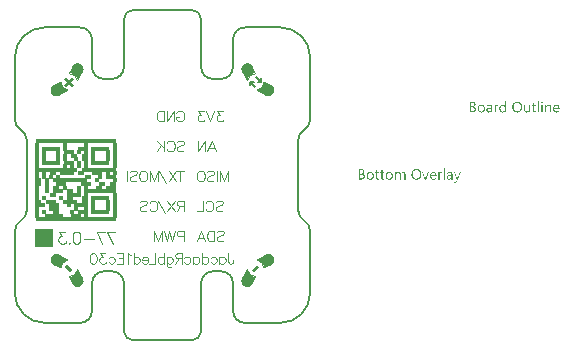
<source format=gbo>
G04*
G04 #@! TF.GenerationSoftware,Altium Limited,Altium Designer,21.9.2 (33)*
G04*
G04 Layer_Color=32896*
%FSAX25Y25*%
%MOIN*%
G70*
G04*
G04 #@! TF.SameCoordinates,782488B1-D104-45AB-8946-8B4A8FA7571F*
G04*
G04*
G04 #@! TF.FilePolarity,Positive*
G04*
G01*
G75*
%ADD13C,0.00394*%
%ADD14C,0.00787*%
%ADD56R,0.02362X0.01181*%
%ADD66C,0.03937*%
%ADD67C,0.00669*%
%ADD68R,0.03543X0.01181*%
%ADD69R,0.10630X0.01181*%
%ADD70R,0.01181X0.01181*%
%ADD71R,0.01181X0.01181*%
%ADD72R,0.05906X0.01181*%
%ADD73R,0.03543X0.01181*%
%ADD74R,0.01181X0.01181*%
%ADD75R,0.03543X0.01181*%
%ADD76R,0.01181X0.01181*%
%ADD77R,0.02362X0.01181*%
%ADD78R,0.02362X0.01181*%
%ADD79R,0.04724X0.01181*%
%ADD80R,0.05906X0.01181*%
%ADD81R,0.27165X0.01181*%
%ADD82R,0.05906X0.01181*%
%ADD83R,0.14173X0.01181*%
%ADD84R,0.11811X0.01181*%
%ADD85R,0.02362X0.01181*%
%ADD86R,0.11811X0.01181*%
%ADD87R,0.06201X0.06268*%
G36*
X0030889Y0034057D02*
X0029399Y0033563D01*
X0029777Y0036065D01*
X0030889Y0034057D01*
D02*
G37*
G36*
X-0029399Y0033563D02*
X-0030889Y0034057D01*
X-0029777Y0036065D01*
X-0029399Y0033563D01*
D02*
G37*
G36*
X0029450Y0033907D02*
X0028214Y0031628D01*
X0026937Y0034201D01*
X0029450Y0033907D01*
D02*
G37*
G36*
X-0028214Y0031628D02*
X-0029450Y0033907D01*
X-0026937Y0034201D01*
X-0028214Y0031628D01*
D02*
G37*
G36*
X-0031109Y0031723D02*
X-0030167Y0032666D01*
X-0029536Y0032035D01*
X-0030479Y0031093D01*
X-0029533Y0030147D01*
X-0030163Y0029516D01*
X-0031109Y0030462D01*
X-0032065Y0029507D01*
X-0032695Y0030137D01*
X-0031740Y0031093D01*
X-0032692Y0032045D01*
X-0032062Y0032676D01*
X-0031109Y0031723D01*
D02*
G37*
G36*
X0036065Y0029777D02*
X0033563Y0029399D01*
X0034057Y0030889D01*
X0036065Y0029777D01*
D02*
G37*
G36*
X-0033563Y0029399D02*
X-0036065Y0029777D01*
X-0034057Y0030889D01*
X-0033563Y0029399D01*
D02*
G37*
G36*
X0034201Y0026937D02*
X0031628Y0028214D01*
X0033907Y0029450D01*
X0034201Y0026937D01*
D02*
G37*
G36*
X-0031628Y0028214D02*
X-0034201Y0026937D01*
X-0033907Y0029450D01*
X-0031628Y0028214D01*
D02*
G37*
G36*
X0126532Y0024590D02*
X0126560Y0024583D01*
X0126588Y0024574D01*
X0126619Y0024559D01*
X0126650Y0024540D01*
X0126681Y0024515D01*
X0126684Y0024512D01*
X0126693Y0024503D01*
X0126705Y0024488D01*
X0126721Y0024466D01*
X0126733Y0024438D01*
X0126745Y0024407D01*
X0126755Y0024370D01*
X0126758Y0024330D01*
Y0024324D01*
Y0024311D01*
X0126755Y0024293D01*
X0126749Y0024265D01*
X0126739Y0024237D01*
X0126724Y0024206D01*
X0126705Y0024175D01*
X0126681Y0024145D01*
X0126677Y0024141D01*
X0126668Y0024132D01*
X0126650Y0024120D01*
X0126628Y0024108D01*
X0126600Y0024095D01*
X0126569Y0024083D01*
X0126535Y0024074D01*
X0126495Y0024070D01*
X0126477D01*
X0126458Y0024074D01*
X0126430Y0024080D01*
X0126402Y0024089D01*
X0126372Y0024101D01*
X0126341Y0024117D01*
X0126310Y0024141D01*
X0126307Y0024145D01*
X0126297Y0024154D01*
X0126285Y0024172D01*
X0126273Y0024194D01*
X0126260Y0024219D01*
X0126248Y0024253D01*
X0126239Y0024290D01*
X0126235Y0024330D01*
Y0024336D01*
Y0024349D01*
X0126239Y0024370D01*
X0126245Y0024395D01*
X0126254Y0024426D01*
X0126266Y0024457D01*
X0126285Y0024488D01*
X0126310Y0024515D01*
X0126313Y0024519D01*
X0126322Y0024528D01*
X0126341Y0024540D01*
X0126362Y0024556D01*
X0126390Y0024568D01*
X0126421Y0024580D01*
X0126455Y0024590D01*
X0126495Y0024593D01*
X0126514D01*
X0126532Y0024590D01*
D02*
G37*
G36*
X0114565Y0020925D02*
X0114163D01*
Y0021348D01*
X0114154D01*
X0114151Y0021342D01*
X0114141Y0021327D01*
X0114123Y0021305D01*
X0114101Y0021274D01*
X0114070Y0021237D01*
X0114036Y0021197D01*
X0113993Y0021154D01*
X0113940Y0021107D01*
X0113885Y0021061D01*
X0113820Y0021017D01*
X0113749Y0020977D01*
X0113672Y0020940D01*
X0113588Y0020909D01*
X0113496Y0020888D01*
X0113397Y0020872D01*
X0113292Y0020866D01*
X0113270D01*
X0113245Y0020869D01*
X0113214Y0020872D01*
X0113174Y0020875D01*
X0113128Y0020885D01*
X0113075Y0020894D01*
X0113020Y0020909D01*
X0112961Y0020925D01*
X0112899Y0020950D01*
X0112837Y0020974D01*
X0112772Y0021008D01*
X0112711Y0021045D01*
X0112649Y0021092D01*
X0112590Y0021144D01*
X0112534Y0021203D01*
X0112531Y0021206D01*
X0112522Y0021218D01*
X0112510Y0021237D01*
X0112491Y0021265D01*
X0112470Y0021299D01*
X0112445Y0021339D01*
X0112420Y0021388D01*
X0112395Y0021444D01*
X0112368Y0021506D01*
X0112343Y0021574D01*
X0112318Y0021651D01*
X0112297Y0021731D01*
X0112278Y0021818D01*
X0112266Y0021914D01*
X0112256Y0022013D01*
X0112253Y0022118D01*
Y0022121D01*
Y0022124D01*
Y0022133D01*
Y0022145D01*
X0112256Y0022176D01*
X0112259Y0022220D01*
X0112263Y0022275D01*
X0112269Y0022334D01*
X0112278Y0022402D01*
X0112294Y0022476D01*
X0112309Y0022553D01*
X0112330Y0022637D01*
X0112355Y0022717D01*
X0112386Y0022804D01*
X0112420Y0022884D01*
X0112463Y0022964D01*
X0112510Y0023042D01*
X0112565Y0023116D01*
X0112568Y0023119D01*
X0112581Y0023131D01*
X0112599Y0023150D01*
X0112624Y0023174D01*
X0112655Y0023202D01*
X0112692Y0023236D01*
X0112738Y0023270D01*
X0112788Y0023304D01*
X0112847Y0023338D01*
X0112908Y0023372D01*
X0112976Y0023406D01*
X0113050Y0023434D01*
X0113131Y0023459D01*
X0113217Y0023477D01*
X0113307Y0023490D01*
X0113403Y0023493D01*
X0113424D01*
X0113452Y0023490D01*
X0113486Y0023486D01*
X0113530Y0023480D01*
X0113579Y0023471D01*
X0113631Y0023459D01*
X0113690Y0023443D01*
X0113752Y0023422D01*
X0113814Y0023394D01*
X0113875Y0023360D01*
X0113937Y0023320D01*
X0113996Y0023273D01*
X0114055Y0023221D01*
X0114107Y0023156D01*
X0114154Y0023085D01*
X0114163D01*
Y0024639D01*
X0114565D01*
Y0020925D01*
D02*
G37*
G36*
X0128779Y0023490D02*
X0128806D01*
X0128840Y0023483D01*
X0128881Y0023477D01*
X0128924Y0023471D01*
X0128970Y0023459D01*
X0129020Y0023446D01*
X0129072Y0023428D01*
X0129125Y0023406D01*
X0129177Y0023378D01*
X0129227Y0023347D01*
X0129276Y0023313D01*
X0129323Y0023270D01*
X0129366Y0023224D01*
X0129369Y0023221D01*
X0129375Y0023211D01*
X0129387Y0023196D01*
X0129400Y0023174D01*
X0129415Y0023147D01*
X0129434Y0023113D01*
X0129455Y0023072D01*
X0129477Y0023029D01*
X0129496Y0022977D01*
X0129517Y0022921D01*
X0129536Y0022856D01*
X0129551Y0022788D01*
X0129563Y0022714D01*
X0129576Y0022634D01*
X0129582Y0022550D01*
X0129585Y0022457D01*
Y0020925D01*
X0129183D01*
Y0022355D01*
Y0022359D01*
Y0022365D01*
Y0022374D01*
Y0022389D01*
X0129180Y0022408D01*
Y0022430D01*
X0129174Y0022479D01*
X0129165Y0022541D01*
X0129153Y0022609D01*
X0129134Y0022680D01*
X0129109Y0022754D01*
X0129078Y0022828D01*
X0129041Y0022899D01*
X0128995Y0022967D01*
X0128936Y0023029D01*
X0128871Y0023079D01*
X0128834Y0023100D01*
X0128791Y0023119D01*
X0128748Y0023134D01*
X0128701Y0023144D01*
X0128652Y0023150D01*
X0128599Y0023153D01*
X0128572D01*
X0128550Y0023150D01*
X0128525Y0023147D01*
X0128494Y0023140D01*
X0128460Y0023134D01*
X0128426Y0023125D01*
X0128386Y0023113D01*
X0128346Y0023097D01*
X0128306Y0023079D01*
X0128263Y0023057D01*
X0128222Y0023029D01*
X0128179Y0022998D01*
X0128139Y0022964D01*
X0128102Y0022924D01*
X0128099Y0022921D01*
X0128093Y0022915D01*
X0128083Y0022902D01*
X0128071Y0022884D01*
X0128056Y0022862D01*
X0128040Y0022835D01*
X0128022Y0022804D01*
X0128003Y0022770D01*
X0127984Y0022729D01*
X0127966Y0022686D01*
X0127951Y0022640D01*
X0127935Y0022590D01*
X0127923Y0022535D01*
X0127913Y0022479D01*
X0127907Y0022417D01*
X0127904Y0022355D01*
Y0020925D01*
X0127502D01*
Y0023434D01*
X0127904D01*
Y0023017D01*
X0127913D01*
X0127917Y0023023D01*
X0127926Y0023038D01*
X0127944Y0023060D01*
X0127966Y0023091D01*
X0127997Y0023128D01*
X0128031Y0023168D01*
X0128074Y0023211D01*
X0128123Y0023255D01*
X0128179Y0023298D01*
X0128241Y0023341D01*
X0128309Y0023381D01*
X0128380Y0023418D01*
X0128460Y0023449D01*
X0128547Y0023471D01*
X0128640Y0023486D01*
X0128738Y0023493D01*
X0128757D01*
X0128779Y0023490D01*
D02*
G37*
G36*
X0111802Y0023474D02*
X0111836D01*
X0111873Y0023468D01*
X0111913Y0023462D01*
X0111954Y0023456D01*
X0111988Y0023443D01*
Y0023026D01*
X0111981Y0023029D01*
X0111969Y0023038D01*
X0111944Y0023051D01*
X0111910Y0023066D01*
X0111864Y0023082D01*
X0111814Y0023094D01*
X0111753Y0023103D01*
X0111682Y0023106D01*
X0111657D01*
X0111638Y0023103D01*
X0111617Y0023100D01*
X0111592Y0023094D01*
X0111533Y0023076D01*
X0111499Y0023063D01*
X0111465Y0023048D01*
X0111428Y0023026D01*
X0111391Y0023004D01*
X0111357Y0022977D01*
X0111320Y0022943D01*
X0111286Y0022906D01*
X0111252Y0022862D01*
X0111249Y0022859D01*
X0111246Y0022850D01*
X0111237Y0022838D01*
X0111224Y0022819D01*
X0111212Y0022794D01*
X0111196Y0022763D01*
X0111181Y0022729D01*
X0111166Y0022689D01*
X0111150Y0022646D01*
X0111135Y0022596D01*
X0111119Y0022541D01*
X0111107Y0022482D01*
X0111094Y0022417D01*
X0111085Y0022349D01*
X0111082Y0022278D01*
X0111079Y0022201D01*
Y0020925D01*
X0110677D01*
Y0023434D01*
X0111079D01*
Y0022915D01*
X0111088D01*
Y0022918D01*
X0111091Y0022927D01*
X0111098Y0022940D01*
X0111104Y0022958D01*
X0111113Y0022980D01*
X0111125Y0023008D01*
X0111153Y0023066D01*
X0111190Y0023134D01*
X0111237Y0023202D01*
X0111289Y0023267D01*
X0111351Y0023329D01*
X0111354Y0023332D01*
X0111360Y0023335D01*
X0111370Y0023341D01*
X0111382Y0023354D01*
X0111397Y0023363D01*
X0111419Y0023375D01*
X0111465Y0023403D01*
X0111524Y0023431D01*
X0111592Y0023456D01*
X0111666Y0023471D01*
X0111706Y0023474D01*
X0111747Y0023477D01*
X0111771D01*
X0111802Y0023474D01*
D02*
G37*
G36*
X0122565Y0020925D02*
X0122163D01*
Y0021320D01*
X0122154D01*
X0122151Y0021314D01*
X0122141Y0021302D01*
X0122126Y0021277D01*
X0122107Y0021249D01*
X0122080Y0021215D01*
X0122046Y0021178D01*
X0122008Y0021135D01*
X0121962Y0021095D01*
X0121913Y0021052D01*
X0121854Y0021011D01*
X0121792Y0020971D01*
X0121721Y0020937D01*
X0121644Y0020909D01*
X0121563Y0020885D01*
X0121474Y0020872D01*
X0121378Y0020866D01*
X0121356D01*
X0121341Y0020869D01*
X0121319D01*
X0121295Y0020872D01*
X0121267Y0020878D01*
X0121239Y0020882D01*
X0121171Y0020900D01*
X0121094Y0020922D01*
X0121013Y0020956D01*
X0120973Y0020977D01*
X0120930Y0020999D01*
X0120887Y0021027D01*
X0120847Y0021055D01*
X0120806Y0021089D01*
X0120766Y0021126D01*
X0120726Y0021169D01*
X0120689Y0021212D01*
X0120655Y0021262D01*
X0120621Y0021317D01*
X0120593Y0021376D01*
X0120565Y0021438D01*
X0120541Y0021506D01*
X0120519Y0021580D01*
X0120504Y0021660D01*
X0120491Y0021744D01*
X0120485Y0021836D01*
X0120482Y0021932D01*
Y0023434D01*
X0120881D01*
Y0021997D01*
Y0021994D01*
Y0021988D01*
Y0021979D01*
Y0021963D01*
X0120884Y0021945D01*
Y0021923D01*
X0120890Y0021873D01*
X0120899Y0021812D01*
X0120912Y0021747D01*
X0120933Y0021673D01*
X0120958Y0021602D01*
X0120989Y0021527D01*
X0121029Y0021453D01*
X0121078Y0021388D01*
X0121137Y0021327D01*
X0121208Y0021277D01*
X0121245Y0021256D01*
X0121288Y0021237D01*
X0121335Y0021222D01*
X0121381Y0021212D01*
X0121434Y0021206D01*
X0121489Y0021203D01*
X0121517D01*
X0121539Y0021206D01*
X0121563Y0021209D01*
X0121591Y0021215D01*
X0121625Y0021222D01*
X0121659Y0021231D01*
X0121696Y0021240D01*
X0121737Y0021256D01*
X0121777Y0021274D01*
X0121817Y0021296D01*
X0121857Y0021320D01*
X0121897Y0021348D01*
X0121934Y0021382D01*
X0121971Y0021419D01*
X0121974Y0021422D01*
X0121981Y0021429D01*
X0121990Y0021441D01*
X0122002Y0021459D01*
X0122015Y0021481D01*
X0122033Y0021506D01*
X0122049Y0021537D01*
X0122067Y0021571D01*
X0122086Y0021611D01*
X0122101Y0021654D01*
X0122120Y0021700D01*
X0122132Y0021750D01*
X0122144Y0021805D01*
X0122154Y0021861D01*
X0122160Y0021923D01*
X0122163Y0021988D01*
Y0023434D01*
X0122565D01*
Y0020925D01*
D02*
G37*
G36*
X0126690D02*
X0126288D01*
Y0023434D01*
X0126690D01*
Y0020925D01*
D02*
G37*
G36*
X0125475D02*
X0125074D01*
Y0024639D01*
X0125475D01*
Y0020925D01*
D02*
G37*
G36*
X0109074Y0023490D02*
X0109095D01*
X0109117Y0023486D01*
X0109145Y0023483D01*
X0109176Y0023477D01*
X0109240Y0023465D01*
X0109318Y0023443D01*
X0109395Y0023415D01*
X0109478Y0023375D01*
X0109562Y0023326D01*
X0109602Y0023298D01*
X0109642Y0023264D01*
X0109679Y0023227D01*
X0109716Y0023190D01*
X0109750Y0023147D01*
X0109781Y0023097D01*
X0109812Y0023048D01*
X0109840Y0022992D01*
X0109862Y0022930D01*
X0109883Y0022865D01*
X0109899Y0022797D01*
X0109911Y0022720D01*
X0109917Y0022643D01*
X0109920Y0022556D01*
Y0020925D01*
X0109519D01*
Y0021314D01*
X0109509D01*
X0109506Y0021308D01*
X0109497Y0021296D01*
X0109482Y0021274D01*
X0109460Y0021243D01*
X0109432Y0021209D01*
X0109398Y0021172D01*
X0109361Y0021132D01*
X0109315Y0021092D01*
X0109262Y0021048D01*
X0109206Y0021008D01*
X0109142Y0020971D01*
X0109074Y0020937D01*
X0108996Y0020906D01*
X0108916Y0020885D01*
X0108830Y0020872D01*
X0108737Y0020866D01*
X0108700D01*
X0108675Y0020869D01*
X0108644Y0020872D01*
X0108607Y0020875D01*
X0108567Y0020882D01*
X0108524Y0020891D01*
X0108428Y0020916D01*
X0108381Y0020931D01*
X0108332Y0020950D01*
X0108283Y0020971D01*
X0108236Y0020999D01*
X0108193Y0021030D01*
X0108150Y0021064D01*
X0108147Y0021067D01*
X0108141Y0021073D01*
X0108131Y0021086D01*
X0108116Y0021101D01*
X0108100Y0021120D01*
X0108085Y0021144D01*
X0108063Y0021172D01*
X0108045Y0021203D01*
X0108026Y0021240D01*
X0108008Y0021280D01*
X0107989Y0021324D01*
X0107974Y0021370D01*
X0107958Y0021419D01*
X0107949Y0021472D01*
X0107943Y0021531D01*
X0107940Y0021589D01*
Y0021592D01*
Y0021599D01*
Y0021608D01*
X0107943Y0021620D01*
Y0021636D01*
X0107946Y0021654D01*
X0107952Y0021700D01*
X0107964Y0021756D01*
X0107983Y0021818D01*
X0108008Y0021886D01*
X0108045Y0021957D01*
X0108088Y0022028D01*
X0108141Y0022099D01*
X0108175Y0022133D01*
X0108209Y0022167D01*
X0108249Y0022201D01*
X0108289Y0022232D01*
X0108335Y0022263D01*
X0108385Y0022291D01*
X0108437Y0022315D01*
X0108496Y0022340D01*
X0108558Y0022362D01*
X0108623Y0022380D01*
X0108694Y0022396D01*
X0108768Y0022408D01*
X0109519Y0022513D01*
Y0022516D01*
Y0022519D01*
Y0022529D01*
Y0022541D01*
X0109516Y0022572D01*
X0109509Y0022612D01*
X0109503Y0022661D01*
X0109491Y0022717D01*
X0109475Y0022773D01*
X0109454Y0022835D01*
X0109426Y0022893D01*
X0109392Y0022952D01*
X0109352Y0023004D01*
X0109302Y0023054D01*
X0109240Y0023094D01*
X0109173Y0023125D01*
X0109135Y0023137D01*
X0109092Y0023147D01*
X0109049Y0023150D01*
X0109003Y0023153D01*
X0108981D01*
X0108959Y0023150D01*
X0108925Y0023147D01*
X0108885Y0023144D01*
X0108839Y0023137D01*
X0108786Y0023128D01*
X0108731Y0023116D01*
X0108669Y0023097D01*
X0108604Y0023079D01*
X0108536Y0023054D01*
X0108465Y0023023D01*
X0108394Y0022986D01*
X0108323Y0022946D01*
X0108252Y0022899D01*
X0108184Y0022844D01*
Y0023255D01*
X0108187Y0023258D01*
X0108199Y0023264D01*
X0108221Y0023276D01*
X0108249Y0023292D01*
X0108286Y0023310D01*
X0108326Y0023329D01*
X0108375Y0023350D01*
X0108431Y0023375D01*
X0108490Y0023397D01*
X0108555Y0023418D01*
X0108626Y0023437D01*
X0108700Y0023456D01*
X0108780Y0023471D01*
X0108861Y0023483D01*
X0108947Y0023490D01*
X0109037Y0023493D01*
X0109058D01*
X0109074Y0023490D01*
D02*
G37*
G36*
X0103437Y0024435D02*
X0103475Y0024432D01*
X0103518Y0024426D01*
X0103567Y0024420D01*
X0103623Y0024410D01*
X0103679Y0024398D01*
X0103737Y0024383D01*
X0103799Y0024364D01*
X0103858Y0024342D01*
X0103920Y0024318D01*
X0103975Y0024287D01*
X0104031Y0024253D01*
X0104083Y0024213D01*
X0104086Y0024209D01*
X0104096Y0024203D01*
X0104108Y0024191D01*
X0104123Y0024172D01*
X0104145Y0024151D01*
X0104167Y0024123D01*
X0104192Y0024092D01*
X0104216Y0024058D01*
X0104241Y0024018D01*
X0104266Y0023975D01*
X0104287Y0023925D01*
X0104309Y0023876D01*
X0104324Y0023820D01*
X0104337Y0023762D01*
X0104346Y0023700D01*
X0104349Y0023635D01*
Y0023632D01*
Y0023622D01*
Y0023607D01*
X0104346Y0023585D01*
X0104343Y0023558D01*
X0104340Y0023530D01*
X0104337Y0023496D01*
X0104331Y0023459D01*
X0104309Y0023375D01*
X0104281Y0023289D01*
X0104263Y0023242D01*
X0104241Y0023199D01*
X0104216Y0023156D01*
X0104188Y0023113D01*
X0104185Y0023110D01*
X0104182Y0023103D01*
X0104173Y0023091D01*
X0104157Y0023076D01*
X0104142Y0023060D01*
X0104123Y0023038D01*
X0104099Y0023017D01*
X0104074Y0022992D01*
X0104043Y0022967D01*
X0104009Y0022940D01*
X0103972Y0022915D01*
X0103932Y0022887D01*
X0103889Y0022862D01*
X0103845Y0022841D01*
X0103743Y0022801D01*
Y0022791D01*
X0103746D01*
X0103759Y0022788D01*
X0103777Y0022785D01*
X0103802Y0022782D01*
X0103833Y0022776D01*
X0103867Y0022767D01*
X0103907Y0022754D01*
X0103947Y0022742D01*
X0104037Y0022708D01*
X0104086Y0022686D01*
X0104133Y0022658D01*
X0104179Y0022630D01*
X0104226Y0022600D01*
X0104272Y0022562D01*
X0104312Y0022522D01*
X0104315Y0022519D01*
X0104321Y0022513D01*
X0104331Y0022501D01*
X0104346Y0022482D01*
X0104361Y0022457D01*
X0104380Y0022433D01*
X0104399Y0022399D01*
X0104420Y0022365D01*
X0104439Y0022325D01*
X0104457Y0022278D01*
X0104476Y0022232D01*
X0104491Y0022179D01*
X0104507Y0022121D01*
X0104516Y0022062D01*
X0104522Y0022000D01*
X0104525Y0021932D01*
Y0021926D01*
Y0021914D01*
X0104522Y0021889D01*
X0104519Y0021858D01*
X0104516Y0021818D01*
X0104507Y0021775D01*
X0104497Y0021725D01*
X0104485Y0021673D01*
X0104466Y0021614D01*
X0104445Y0021555D01*
X0104420Y0021497D01*
X0104389Y0021435D01*
X0104352Y0021373D01*
X0104309Y0021314D01*
X0104260Y0021259D01*
X0104201Y0021203D01*
X0104198Y0021200D01*
X0104185Y0021191D01*
X0104167Y0021178D01*
X0104142Y0021160D01*
X0104111Y0021138D01*
X0104071Y0021116D01*
X0104028Y0021089D01*
X0103978Y0021064D01*
X0103920Y0021039D01*
X0103858Y0021014D01*
X0103793Y0020990D01*
X0103719Y0020968D01*
X0103641Y0020950D01*
X0103561Y0020937D01*
X0103475Y0020928D01*
X0103385Y0020925D01*
X0102362D01*
Y0024438D01*
X0103403D01*
X0103437Y0024435D01*
D02*
G37*
G36*
X0123906Y0023434D02*
X0124539D01*
Y0023088D01*
X0123906D01*
Y0021676D01*
Y0021673D01*
Y0021663D01*
Y0021651D01*
Y0021636D01*
X0123909Y0021614D01*
X0123912Y0021589D01*
X0123918Y0021537D01*
X0123927Y0021475D01*
X0123943Y0021416D01*
X0123964Y0021361D01*
X0123977Y0021336D01*
X0123992Y0021314D01*
X0123995Y0021311D01*
X0124008Y0021299D01*
X0124029Y0021280D01*
X0124060Y0021262D01*
X0124100Y0021240D01*
X0124150Y0021225D01*
X0124208Y0021212D01*
X0124276Y0021206D01*
X0124301D01*
X0124329Y0021209D01*
X0124366Y0021215D01*
X0124406Y0021228D01*
X0124453Y0021240D01*
X0124496Y0021262D01*
X0124539Y0021290D01*
Y0020946D01*
X0124536D01*
X0124533Y0020943D01*
X0124524Y0020940D01*
X0124514Y0020934D01*
X0124480Y0020922D01*
X0124440Y0020909D01*
X0124385Y0020897D01*
X0124320Y0020885D01*
X0124246Y0020875D01*
X0124162Y0020872D01*
X0124134D01*
X0124100Y0020878D01*
X0124060Y0020885D01*
X0124011Y0020894D01*
X0123955Y0020912D01*
X0123893Y0020934D01*
X0123835Y0020965D01*
X0123773Y0021002D01*
X0123711Y0021052D01*
X0123655Y0021110D01*
X0123631Y0021144D01*
X0123606Y0021181D01*
X0123584Y0021222D01*
X0123566Y0021265D01*
X0123547Y0021311D01*
X0123532Y0021364D01*
X0123519Y0021416D01*
X0123510Y0021475D01*
X0123507Y0021537D01*
X0123504Y0021605D01*
Y0023088D01*
X0123074D01*
Y0023434D01*
X0123504D01*
Y0024046D01*
X0123906Y0024175D01*
Y0023434D01*
D02*
G37*
G36*
X0131374Y0023490D02*
X0131408Y0023486D01*
X0131451Y0023483D01*
X0131498Y0023477D01*
X0131550Y0023465D01*
X0131606Y0023452D01*
X0131668Y0023437D01*
X0131730Y0023415D01*
X0131791Y0023388D01*
X0131856Y0023357D01*
X0131918Y0023320D01*
X0131977Y0023276D01*
X0132036Y0023227D01*
X0132088Y0023171D01*
X0132091Y0023168D01*
X0132100Y0023156D01*
X0132113Y0023137D01*
X0132131Y0023113D01*
X0132150Y0023082D01*
X0132175Y0023042D01*
X0132199Y0022995D01*
X0132224Y0022943D01*
X0132249Y0022881D01*
X0132273Y0022816D01*
X0132298Y0022742D01*
X0132317Y0022664D01*
X0132335Y0022578D01*
X0132348Y0022488D01*
X0132357Y0022389D01*
X0132360Y0022287D01*
Y0022077D01*
X0130586D01*
Y0022071D01*
Y0022059D01*
X0130589Y0022037D01*
X0130592Y0022009D01*
X0130596Y0021972D01*
X0130602Y0021932D01*
X0130608Y0021889D01*
X0130620Y0021839D01*
X0130648Y0021734D01*
X0130667Y0021682D01*
X0130688Y0021626D01*
X0130713Y0021574D01*
X0130741Y0021521D01*
X0130775Y0021475D01*
X0130812Y0021429D01*
X0130815Y0021425D01*
X0130821Y0021419D01*
X0130833Y0021407D01*
X0130852Y0021395D01*
X0130874Y0021376D01*
X0130901Y0021358D01*
X0130932Y0021336D01*
X0130966Y0021317D01*
X0131007Y0021296D01*
X0131053Y0021274D01*
X0131099Y0021256D01*
X0131155Y0021237D01*
X0131210Y0021225D01*
X0131272Y0021212D01*
X0131337Y0021206D01*
X0131405Y0021203D01*
X0131424D01*
X0131445Y0021206D01*
X0131476D01*
X0131513Y0021212D01*
X0131556Y0021218D01*
X0131606Y0021228D01*
X0131662Y0021237D01*
X0131720Y0021252D01*
X0131782Y0021271D01*
X0131847Y0021293D01*
X0131912Y0021320D01*
X0131980Y0021351D01*
X0132048Y0021388D01*
X0132116Y0021432D01*
X0132184Y0021481D01*
Y0021104D01*
X0132181Y0021101D01*
X0132168Y0021095D01*
X0132150Y0021082D01*
X0132125Y0021067D01*
X0132091Y0021048D01*
X0132051Y0021030D01*
X0132005Y0021008D01*
X0131952Y0020987D01*
X0131890Y0020962D01*
X0131825Y0020940D01*
X0131754Y0020922D01*
X0131677Y0020903D01*
X0131594Y0020888D01*
X0131504Y0020875D01*
X0131408Y0020869D01*
X0131309Y0020866D01*
X0131285D01*
X0131260Y0020869D01*
X0131223Y0020872D01*
X0131176Y0020875D01*
X0131124Y0020885D01*
X0131068Y0020894D01*
X0131007Y0020909D01*
X0130942Y0020928D01*
X0130874Y0020950D01*
X0130803Y0020977D01*
X0130735Y0021008D01*
X0130664Y0021048D01*
X0130599Y0021095D01*
X0130534Y0021147D01*
X0130475Y0021206D01*
X0130472Y0021209D01*
X0130463Y0021222D01*
X0130447Y0021243D01*
X0130429Y0021271D01*
X0130404Y0021305D01*
X0130379Y0021348D01*
X0130351Y0021398D01*
X0130324Y0021456D01*
X0130296Y0021518D01*
X0130268Y0021592D01*
X0130243Y0021669D01*
X0130219Y0021756D01*
X0130200Y0021849D01*
X0130185Y0021948D01*
X0130175Y0022056D01*
X0130172Y0022167D01*
Y0022170D01*
Y0022173D01*
Y0022183D01*
Y0022192D01*
X0130175Y0022223D01*
X0130178Y0022266D01*
X0130182Y0022315D01*
X0130191Y0022371D01*
X0130200Y0022436D01*
X0130212Y0022507D01*
X0130231Y0022581D01*
X0130253Y0022658D01*
X0130280Y0022739D01*
X0130311Y0022819D01*
X0130348Y0022896D01*
X0130395Y0022977D01*
X0130444Y0023051D01*
X0130503Y0023122D01*
X0130506Y0023125D01*
X0130518Y0023137D01*
X0130537Y0023156D01*
X0130561Y0023180D01*
X0130596Y0023208D01*
X0130636Y0023239D01*
X0130679Y0023273D01*
X0130731Y0023307D01*
X0130787Y0023341D01*
X0130852Y0023375D01*
X0130920Y0023406D01*
X0130991Y0023434D01*
X0131068Y0023459D01*
X0131152Y0023477D01*
X0131238Y0023490D01*
X0131328Y0023493D01*
X0131350D01*
X0131374Y0023490D01*
D02*
G37*
G36*
X0118331Y0024494D02*
X0118353D01*
X0118375Y0024491D01*
X0118402D01*
X0118464Y0024481D01*
X0118535Y0024472D01*
X0118616Y0024457D01*
X0118702Y0024435D01*
X0118792Y0024410D01*
X0118887Y0024376D01*
X0118983Y0024336D01*
X0119082Y0024290D01*
X0119181Y0024234D01*
X0119274Y0024169D01*
X0119367Y0024092D01*
X0119453Y0024006D01*
X0119459Y0023999D01*
X0119472Y0023984D01*
X0119493Y0023956D01*
X0119524Y0023916D01*
X0119555Y0023866D01*
X0119595Y0023808D01*
X0119635Y0023740D01*
X0119676Y0023663D01*
X0119716Y0023573D01*
X0119756Y0023477D01*
X0119796Y0023372D01*
X0119830Y0023258D01*
X0119858Y0023134D01*
X0119879Y0023004D01*
X0119892Y0022869D01*
X0119898Y0022723D01*
Y0022720D01*
Y0022714D01*
Y0022702D01*
Y0022686D01*
X0119895Y0022664D01*
Y0022640D01*
X0119892Y0022612D01*
Y0022581D01*
X0119889Y0022547D01*
X0119886Y0022510D01*
X0119873Y0022427D01*
X0119861Y0022331D01*
X0119842Y0022232D01*
X0119818Y0022124D01*
X0119787Y0022013D01*
X0119750Y0021901D01*
X0119706Y0021787D01*
X0119654Y0021676D01*
X0119592Y0021565D01*
X0119521Y0021463D01*
X0119441Y0021364D01*
X0119434Y0021358D01*
X0119419Y0021342D01*
X0119394Y0021317D01*
X0119357Y0021286D01*
X0119311Y0021249D01*
X0119255Y0021206D01*
X0119193Y0021163D01*
X0119119Y0021116D01*
X0119036Y0021070D01*
X0118943Y0021024D01*
X0118844Y0020980D01*
X0118736Y0020943D01*
X0118619Y0020912D01*
X0118495Y0020888D01*
X0118362Y0020872D01*
X0118223Y0020866D01*
X0118189D01*
X0118174Y0020869D01*
X0118152D01*
X0118127Y0020872D01*
X0118100Y0020875D01*
X0118035Y0020882D01*
X0117964Y0020891D01*
X0117880Y0020906D01*
X0117794Y0020928D01*
X0117698Y0020953D01*
X0117602Y0020987D01*
X0117503Y0021027D01*
X0117401Y0021073D01*
X0117302Y0021129D01*
X0117207Y0021197D01*
X0117111Y0021271D01*
X0117024Y0021358D01*
X0117018Y0021364D01*
X0117006Y0021379D01*
X0116984Y0021407D01*
X0116953Y0021447D01*
X0116919Y0021497D01*
X0116882Y0021555D01*
X0116842Y0021623D01*
X0116802Y0021703D01*
X0116759Y0021790D01*
X0116718Y0021886D01*
X0116681Y0021991D01*
X0116647Y0022105D01*
X0116616Y0022229D01*
X0116595Y0022359D01*
X0116582Y0022495D01*
X0116576Y0022640D01*
Y0022643D01*
Y0022649D01*
Y0022661D01*
Y0022677D01*
X0116579Y0022698D01*
Y0022720D01*
X0116582Y0022748D01*
Y0022779D01*
X0116586Y0022813D01*
X0116592Y0022853D01*
X0116601Y0022933D01*
X0116613Y0023026D01*
X0116635Y0023125D01*
X0116656Y0023233D01*
X0116687Y0023341D01*
X0116725Y0023452D01*
X0116768Y0023567D01*
X0116820Y0023678D01*
X0116882Y0023786D01*
X0116953Y0023891D01*
X0117034Y0023990D01*
X0117040Y0023996D01*
X0117055Y0024012D01*
X0117080Y0024036D01*
X0117117Y0024070D01*
X0117163Y0024108D01*
X0117222Y0024151D01*
X0117287Y0024197D01*
X0117361Y0024243D01*
X0117448Y0024290D01*
X0117540Y0024336D01*
X0117642Y0024379D01*
X0117754Y0024417D01*
X0117874Y0024451D01*
X0118001Y0024475D01*
X0118137Y0024491D01*
X0118282Y0024497D01*
X0118313D01*
X0118331Y0024494D01*
D02*
G37*
G36*
X0106345Y0023490D02*
X0106385Y0023486D01*
X0106432Y0023483D01*
X0106487Y0023474D01*
X0106546Y0023465D01*
X0106611Y0023449D01*
X0106682Y0023431D01*
X0106753Y0023409D01*
X0106824Y0023381D01*
X0106898Y0023347D01*
X0106969Y0023307D01*
X0107041Y0023261D01*
X0107105Y0023208D01*
X0107167Y0023147D01*
X0107170Y0023144D01*
X0107179Y0023131D01*
X0107195Y0023110D01*
X0107217Y0023082D01*
X0107241Y0023048D01*
X0107266Y0023004D01*
X0107297Y0022955D01*
X0107325Y0022896D01*
X0107356Y0022831D01*
X0107383Y0022760D01*
X0107408Y0022683D01*
X0107433Y0022596D01*
X0107455Y0022504D01*
X0107470Y0022405D01*
X0107479Y0022300D01*
X0107482Y0022189D01*
Y0022186D01*
Y0022183D01*
Y0022173D01*
Y0022161D01*
X0107479Y0022130D01*
X0107476Y0022090D01*
X0107473Y0022037D01*
X0107464Y0021979D01*
X0107455Y0021914D01*
X0107439Y0021843D01*
X0107421Y0021768D01*
X0107399Y0021688D01*
X0107371Y0021608D01*
X0107340Y0021527D01*
X0107300Y0021447D01*
X0107254Y0021370D01*
X0107201Y0021296D01*
X0107142Y0021225D01*
X0107139Y0021222D01*
X0107127Y0021209D01*
X0107108Y0021191D01*
X0107081Y0021169D01*
X0107047Y0021141D01*
X0107007Y0021110D01*
X0106957Y0021079D01*
X0106901Y0021045D01*
X0106840Y0021011D01*
X0106772Y0020980D01*
X0106697Y0020950D01*
X0106617Y0020922D01*
X0106527Y0020900D01*
X0106435Y0020882D01*
X0106339Y0020869D01*
X0106234Y0020866D01*
X0106209D01*
X0106181Y0020869D01*
X0106141Y0020872D01*
X0106095Y0020875D01*
X0106039Y0020885D01*
X0105981Y0020894D01*
X0105916Y0020909D01*
X0105845Y0020928D01*
X0105774Y0020953D01*
X0105699Y0020980D01*
X0105625Y0021014D01*
X0105551Y0021055D01*
X0105477Y0021101D01*
X0105409Y0021154D01*
X0105344Y0021215D01*
X0105341Y0021218D01*
X0105329Y0021231D01*
X0105313Y0021252D01*
X0105291Y0021280D01*
X0105267Y0021314D01*
X0105239Y0021358D01*
X0105211Y0021407D01*
X0105180Y0021466D01*
X0105149Y0021527D01*
X0105119Y0021599D01*
X0105091Y0021676D01*
X0105066Y0021759D01*
X0105044Y0021846D01*
X0105029Y0021941D01*
X0105017Y0022043D01*
X0105013Y0022149D01*
Y0022152D01*
Y0022155D01*
Y0022164D01*
Y0022176D01*
X0105017Y0022210D01*
X0105020Y0022254D01*
X0105023Y0022306D01*
X0105032Y0022368D01*
X0105041Y0022436D01*
X0105057Y0022510D01*
X0105075Y0022587D01*
X0105097Y0022668D01*
X0105125Y0022751D01*
X0105159Y0022835D01*
X0105199Y0022915D01*
X0105242Y0022992D01*
X0105295Y0023066D01*
X0105356Y0023137D01*
X0105359Y0023140D01*
X0105372Y0023153D01*
X0105394Y0023171D01*
X0105421Y0023193D01*
X0105455Y0023221D01*
X0105499Y0023248D01*
X0105548Y0023282D01*
X0105604Y0023316D01*
X0105665Y0023347D01*
X0105736Y0023381D01*
X0105814Y0023409D01*
X0105897Y0023437D01*
X0105987Y0023459D01*
X0106083Y0023477D01*
X0106184Y0023490D01*
X0106293Y0023493D01*
X0106317D01*
X0106345Y0023490D01*
D02*
G37*
G36*
X0080230Y0001088D02*
X0080248D01*
X0080270Y0001084D01*
X0080322Y0001075D01*
X0080384Y0001060D01*
X0080455Y0001038D01*
X0080529Y0001004D01*
X0080607Y0000964D01*
X0080647Y0000936D01*
X0080684Y0000908D01*
X0080721Y0000877D01*
X0080758Y0000840D01*
X0080795Y0000800D01*
X0080829Y0000757D01*
X0080860Y0000711D01*
X0080891Y0000658D01*
X0080919Y0000602D01*
X0080943Y0000541D01*
X0080965Y0000476D01*
X0080987Y0000405D01*
X0080999Y0000331D01*
X0081011Y0000247D01*
X0081018Y0000161D01*
X0081021Y0000068D01*
Y-0001477D01*
X0080619D01*
Y-0000037D01*
Y-0000031D01*
Y-0000019D01*
Y0000003D01*
X0080616Y0000031D01*
Y0000065D01*
X0080613Y0000105D01*
X0080610Y0000148D01*
X0080603Y0000195D01*
X0080588Y0000293D01*
X0080563Y0000392D01*
X0080551Y0000442D01*
X0080532Y0000485D01*
X0080511Y0000528D01*
X0080489Y0000565D01*
Y0000568D01*
X0080483Y0000575D01*
X0080477Y0000584D01*
X0080464Y0000593D01*
X0080452Y0000609D01*
X0080433Y0000624D01*
X0080412Y0000640D01*
X0080387Y0000658D01*
X0080359Y0000677D01*
X0080329Y0000692D01*
X0080291Y0000708D01*
X0080254Y0000723D01*
X0080211Y0000732D01*
X0080162Y0000741D01*
X0080112Y0000748D01*
X0080057Y0000751D01*
X0080032D01*
X0080013Y0000748D01*
X0079992Y0000745D01*
X0079967Y0000738D01*
X0079905Y0000723D01*
X0079871Y0000711D01*
X0079837Y0000692D01*
X0079800Y0000673D01*
X0079766Y0000652D01*
X0079729Y0000624D01*
X0079692Y0000593D01*
X0079655Y0000556D01*
X0079621Y0000516D01*
X0079618Y0000513D01*
X0079615Y0000507D01*
X0079605Y0000491D01*
X0079593Y0000476D01*
X0079581Y0000451D01*
X0079565Y0000423D01*
X0079547Y0000392D01*
X0079531Y0000358D01*
X0079516Y0000318D01*
X0079497Y0000275D01*
X0079482Y0000228D01*
X0079469Y0000179D01*
X0079457Y0000127D01*
X0079451Y0000071D01*
X0079445Y0000015D01*
X0079442Y-0000046D01*
Y-0001477D01*
X0079040D01*
Y0000012D01*
Y0000015D01*
Y0000021D01*
Y0000031D01*
Y0000043D01*
X0079037Y0000062D01*
Y0000080D01*
X0079031Y0000127D01*
X0079021Y0000182D01*
X0079009Y0000247D01*
X0078994Y0000312D01*
X0078969Y0000383D01*
X0078938Y0000451D01*
X0078901Y0000516D01*
X0078855Y0000581D01*
X0078799Y0000636D01*
X0078734Y0000683D01*
X0078697Y0000701D01*
X0078657Y0000720D01*
X0078614Y0000732D01*
X0078570Y0000741D01*
X0078521Y0000748D01*
X0078468Y0000751D01*
X0078444D01*
X0078425Y0000748D01*
X0078400Y0000745D01*
X0078376Y0000738D01*
X0078314Y0000723D01*
X0078280Y0000711D01*
X0078246Y0000695D01*
X0078209Y0000680D01*
X0078172Y0000658D01*
X0078135Y0000630D01*
X0078097Y0000602D01*
X0078063Y0000568D01*
X0078030Y0000528D01*
X0078026Y0000525D01*
X0078023Y0000519D01*
X0078014Y0000507D01*
X0078002Y0000488D01*
X0077989Y0000466D01*
X0077977Y0000442D01*
X0077961Y0000411D01*
X0077946Y0000374D01*
X0077928Y0000334D01*
X0077912Y0000290D01*
X0077900Y0000244D01*
X0077887Y0000195D01*
X0077875Y0000139D01*
X0077866Y0000080D01*
X0077863Y0000018D01*
X0077860Y-0000046D01*
Y-0001477D01*
X0077458D01*
Y0001032D01*
X0077860D01*
Y0000633D01*
X0077869D01*
X0077872Y0000640D01*
X0077881Y0000652D01*
X0077897Y0000677D01*
X0077918Y0000704D01*
X0077946Y0000738D01*
X0077980Y0000779D01*
X0078020Y0000819D01*
X0078067Y0000862D01*
X0078119Y0000905D01*
X0078178Y0000945D01*
X0078243Y0000986D01*
X0078311Y0001020D01*
X0078388Y0001047D01*
X0078471Y0001072D01*
X0078558Y0001084D01*
X0078651Y0001091D01*
X0078675D01*
X0078694Y0001088D01*
X0078715D01*
X0078743Y0001084D01*
X0078771Y0001078D01*
X0078802Y0001072D01*
X0078873Y0001057D01*
X0078947Y0001029D01*
X0079021Y0000995D01*
X0079058Y0000970D01*
X0079096Y0000945D01*
X0079099Y0000942D01*
X0079105Y0000939D01*
X0079114Y0000930D01*
X0079126Y0000921D01*
X0079160Y0000887D01*
X0079201Y0000847D01*
X0079244Y0000791D01*
X0079287Y0000726D01*
X0079327Y0000652D01*
X0079358Y0000568D01*
X0079361Y0000575D01*
X0079371Y0000590D01*
X0079389Y0000618D01*
X0079411Y0000649D01*
X0079442Y0000689D01*
X0079476Y0000735D01*
X0079519Y0000782D01*
X0079568Y0000831D01*
X0079624Y0000877D01*
X0079686Y0000927D01*
X0079754Y0000970D01*
X0079828Y0001010D01*
X0079911Y0001041D01*
X0079998Y0001069D01*
X0080094Y0001084D01*
X0080193Y0001091D01*
X0080214D01*
X0080230Y0001088D01*
D02*
G37*
G36*
X0093090Y0001072D02*
X0093124D01*
X0093161Y0001066D01*
X0093201Y0001060D01*
X0093242Y0001054D01*
X0093276Y0001041D01*
Y0000624D01*
X0093269Y0000627D01*
X0093257Y0000636D01*
X0093232Y0000649D01*
X0093198Y0000664D01*
X0093152Y0000680D01*
X0093103Y0000692D01*
X0093041Y0000701D01*
X0092970Y0000704D01*
X0092945D01*
X0092926Y0000701D01*
X0092905Y0000698D01*
X0092880Y0000692D01*
X0092821Y0000673D01*
X0092787Y0000661D01*
X0092753Y0000646D01*
X0092716Y0000624D01*
X0092679Y0000602D01*
X0092645Y0000575D01*
X0092608Y0000541D01*
X0092574Y0000504D01*
X0092540Y0000460D01*
X0092537Y0000457D01*
X0092534Y0000448D01*
X0092525Y0000436D01*
X0092512Y0000417D01*
X0092500Y0000392D01*
X0092484Y0000361D01*
X0092469Y0000327D01*
X0092454Y0000287D01*
X0092438Y0000244D01*
X0092423Y0000195D01*
X0092407Y0000139D01*
X0092395Y0000080D01*
X0092383Y0000015D01*
X0092373Y-0000053D01*
X0092370Y-0000124D01*
X0092367Y-0000201D01*
Y-0001477D01*
X0091965D01*
Y0001032D01*
X0092367D01*
Y0000513D01*
X0092376D01*
Y0000516D01*
X0092379Y0000525D01*
X0092386Y0000538D01*
X0092392Y0000556D01*
X0092401Y0000578D01*
X0092414Y0000605D01*
X0092441Y0000664D01*
X0092478Y0000732D01*
X0092525Y0000800D01*
X0092577Y0000865D01*
X0092639Y0000927D01*
X0092642Y0000930D01*
X0092648Y0000933D01*
X0092658Y0000939D01*
X0092670Y0000952D01*
X0092685Y0000961D01*
X0092707Y0000973D01*
X0092753Y0001001D01*
X0092812Y0001029D01*
X0092880Y0001054D01*
X0092954Y0001069D01*
X0092994Y0001072D01*
X0093034Y0001075D01*
X0093059D01*
X0093090Y0001072D01*
D02*
G37*
G36*
X0098321Y-0001879D02*
Y-0001882D01*
X0098318Y-0001888D01*
X0098312Y-0001897D01*
X0098306Y-0001913D01*
X0098300Y-0001931D01*
X0098291Y-0001950D01*
X0098266Y-0001999D01*
X0098232Y-0002058D01*
X0098195Y-0002126D01*
X0098149Y-0002194D01*
X0098096Y-0002268D01*
X0098037Y-0002339D01*
X0097972Y-0002410D01*
X0097901Y-0002478D01*
X0097824Y-0002537D01*
X0097741Y-0002586D01*
X0097697Y-0002605D01*
X0097651Y-0002623D01*
X0097605Y-0002639D01*
X0097555Y-0002648D01*
X0097506Y-0002654D01*
X0097453Y-0002657D01*
X0097429D01*
X0097398Y-0002654D01*
X0097360D01*
X0097320Y-0002648D01*
X0097277Y-0002642D01*
X0097231Y-0002636D01*
X0097191Y-0002623D01*
Y-0002265D01*
X0097197Y-0002268D01*
X0097212Y-0002271D01*
X0097237Y-0002277D01*
X0097268Y-0002287D01*
X0097305Y-0002296D01*
X0097345Y-0002302D01*
X0097388Y-0002305D01*
X0097429Y-0002308D01*
X0097441D01*
X0097456Y-0002305D01*
X0097478Y-0002302D01*
X0097503Y-0002296D01*
X0097534Y-0002290D01*
X0097565Y-0002277D01*
X0097602Y-0002262D01*
X0097636Y-0002243D01*
X0097676Y-0002219D01*
X0097713Y-0002191D01*
X0097750Y-0002157D01*
X0097787Y-0002114D01*
X0097824Y-0002067D01*
X0097855Y-0002012D01*
X0097886Y-0001947D01*
X0098087Y-0001474D01*
X0097107Y0001032D01*
X0097552D01*
X0098232Y-0000899D01*
Y-0000902D01*
X0098235Y-0000909D01*
X0098238Y-0000918D01*
X0098244Y-0000936D01*
X0098251Y-0000961D01*
X0098257Y-0000995D01*
X0098269Y-0001038D01*
X0098281Y-0001091D01*
X0098297D01*
Y-0001088D01*
X0098300Y-0001079D01*
X0098303Y-0001066D01*
X0098309Y-0001044D01*
X0098315Y-0001020D01*
X0098321Y-0000989D01*
X0098334Y-0000949D01*
X0098346Y-0000905D01*
X0099060Y0001032D01*
X0099474D01*
X0098321Y-0001879D01*
D02*
G37*
G36*
X0087911Y-0001477D02*
X0087516D01*
X0086567Y0001032D01*
X0087006D01*
X0087646Y-0000791D01*
Y-0000794D01*
X0087649Y-0000800D01*
X0087652Y-0000810D01*
X0087658Y-0000825D01*
X0087664Y-0000844D01*
X0087670Y-0000862D01*
X0087683Y-0000912D01*
X0087698Y-0000964D01*
X0087714Y-0001023D01*
X0087723Y-0001085D01*
X0087732Y-0001143D01*
X0087741D01*
Y-0001140D01*
Y-0001134D01*
X0087744Y-0001125D01*
X0087748Y-0001113D01*
Y-0001094D01*
X0087754Y-0001075D01*
X0087760Y-0001029D01*
X0087772Y-0000977D01*
X0087785Y-0000921D01*
X0087803Y-0000862D01*
X0087822Y-0000804D01*
X0088486Y0001032D01*
X0088909D01*
X0087911Y-0001477D01*
D02*
G37*
G36*
X0095874Y0001088D02*
X0095896D01*
X0095917Y0001084D01*
X0095945Y0001081D01*
X0095976Y0001075D01*
X0096041Y0001063D01*
X0096118Y0001041D01*
X0096196Y0001013D01*
X0096279Y0000973D01*
X0096363Y0000924D01*
X0096403Y0000896D01*
X0096443Y0000862D01*
X0096480Y0000825D01*
X0096517Y0000788D01*
X0096551Y0000745D01*
X0096582Y0000695D01*
X0096613Y0000646D01*
X0096641Y0000590D01*
X0096662Y0000528D01*
X0096684Y0000463D01*
X0096699Y0000395D01*
X0096712Y0000318D01*
X0096718Y0000241D01*
X0096721Y0000154D01*
Y-0001477D01*
X0096319D01*
Y-0001088D01*
X0096310D01*
X0096307Y-0001094D01*
X0096298Y-0001106D01*
X0096282Y-0001128D01*
X0096260Y-0001159D01*
X0096233Y-0001193D01*
X0096199Y-0001230D01*
X0096162Y-0001270D01*
X0096115Y-0001310D01*
X0096063Y-0001354D01*
X0096007Y-0001394D01*
X0095942Y-0001431D01*
X0095874Y-0001465D01*
X0095797Y-0001496D01*
X0095717Y-0001517D01*
X0095630Y-0001530D01*
X0095537Y-0001536D01*
X0095500D01*
X0095476Y-0001533D01*
X0095445Y-0001530D01*
X0095408Y-0001527D01*
X0095367Y-0001520D01*
X0095324Y-0001511D01*
X0095228Y-0001486D01*
X0095182Y-0001471D01*
X0095133Y-0001452D01*
X0095083Y-0001431D01*
X0095037Y-0001403D01*
X0094994Y-0001372D01*
X0094950Y-0001338D01*
X0094947Y-0001335D01*
X0094941Y-0001329D01*
X0094932Y-0001316D01*
X0094916Y-0001301D01*
X0094901Y-0001283D01*
X0094885Y-0001258D01*
X0094864Y-0001230D01*
X0094845Y-0001199D01*
X0094827Y-0001162D01*
X0094808Y-0001122D01*
X0094790Y-0001079D01*
X0094774Y-0001032D01*
X0094759Y-0000983D01*
X0094749Y-0000930D01*
X0094743Y-0000872D01*
X0094740Y-0000813D01*
Y-0000810D01*
Y-0000804D01*
Y-0000794D01*
X0094743Y-0000782D01*
Y-0000766D01*
X0094746Y-0000748D01*
X0094753Y-0000702D01*
X0094765Y-0000646D01*
X0094784Y-0000584D01*
X0094808Y-0000516D01*
X0094845Y-0000445D01*
X0094889Y-0000374D01*
X0094941Y-0000303D01*
X0094975Y-0000269D01*
X0095009Y-0000235D01*
X0095049Y-0000201D01*
X0095089Y-0000170D01*
X0095136Y-0000139D01*
X0095185Y-0000111D01*
X0095238Y-0000087D01*
X0095296Y-0000062D01*
X0095358Y-0000040D01*
X0095423Y-0000022D01*
X0095494Y-0000006D01*
X0095568Y0000006D01*
X0096319Y0000111D01*
Y0000114D01*
Y0000117D01*
Y0000127D01*
Y0000139D01*
X0096316Y0000170D01*
X0096310Y0000210D01*
X0096304Y0000259D01*
X0096291Y0000315D01*
X0096276Y0000371D01*
X0096254Y0000433D01*
X0096227Y0000491D01*
X0096193Y0000550D01*
X0096152Y0000602D01*
X0096103Y0000652D01*
X0096041Y0000692D01*
X0095973Y0000723D01*
X0095936Y0000735D01*
X0095893Y0000745D01*
X0095850Y0000748D01*
X0095803Y0000751D01*
X0095782D01*
X0095760Y0000748D01*
X0095726Y0000745D01*
X0095686Y0000741D01*
X0095639Y0000735D01*
X0095587Y0000726D01*
X0095531Y0000714D01*
X0095469Y0000695D01*
X0095405Y0000677D01*
X0095337Y0000652D01*
X0095266Y0000621D01*
X0095194Y0000584D01*
X0095123Y0000544D01*
X0095052Y0000497D01*
X0094984Y0000442D01*
Y0000853D01*
X0094987Y0000856D01*
X0095000Y0000862D01*
X0095021Y0000874D01*
X0095049Y0000890D01*
X0095086Y0000908D01*
X0095126Y0000927D01*
X0095176Y0000948D01*
X0095231Y0000973D01*
X0095290Y0000995D01*
X0095355Y0001017D01*
X0095426Y0001035D01*
X0095500Y0001054D01*
X0095581Y0001069D01*
X0095661Y0001081D01*
X0095748Y0001088D01*
X0095837Y0001091D01*
X0095859D01*
X0095874Y0001088D01*
D02*
G37*
G36*
X0094113Y-0001477D02*
X0093711D01*
Y0002237D01*
X0094113D01*
Y-0001477D01*
D02*
G37*
G36*
X0066430Y0002033D02*
X0066467Y0002030D01*
X0066510Y0002024D01*
X0066559Y0002018D01*
X0066615Y0002008D01*
X0066671Y0001996D01*
X0066729Y0001981D01*
X0066791Y0001962D01*
X0066850Y0001940D01*
X0066912Y0001916D01*
X0066967Y0001885D01*
X0067023Y0001851D01*
X0067076Y0001811D01*
X0067079Y0001808D01*
X0067088Y0001801D01*
X0067100Y0001789D01*
X0067116Y0001770D01*
X0067137Y0001749D01*
X0067159Y0001721D01*
X0067184Y0001690D01*
X0067208Y0001656D01*
X0067233Y0001616D01*
X0067258Y0001573D01*
X0067279Y0001523D01*
X0067301Y0001474D01*
X0067317Y0001418D01*
X0067329Y0001359D01*
X0067338Y0001298D01*
X0067341Y0001233D01*
Y0001230D01*
Y0001220D01*
Y0001205D01*
X0067338Y0001183D01*
X0067335Y0001156D01*
X0067332Y0001128D01*
X0067329Y0001094D01*
X0067323Y0001057D01*
X0067301Y0000973D01*
X0067273Y0000887D01*
X0067255Y0000840D01*
X0067233Y0000797D01*
X0067208Y0000754D01*
X0067181Y0000711D01*
X0067177Y0000708D01*
X0067174Y0000701D01*
X0067165Y0000689D01*
X0067150Y0000673D01*
X0067134Y0000658D01*
X0067116Y0000636D01*
X0067091Y0000615D01*
X0067066Y0000590D01*
X0067035Y0000565D01*
X0067001Y0000538D01*
X0066964Y0000513D01*
X0066924Y0000485D01*
X0066881Y0000460D01*
X0066838Y0000439D01*
X0066736Y0000398D01*
Y0000389D01*
X0066739D01*
X0066751Y0000386D01*
X0066769Y0000383D01*
X0066794Y0000380D01*
X0066825Y0000374D01*
X0066859Y0000365D01*
X0066899Y0000352D01*
X0066940Y0000340D01*
X0067029Y0000306D01*
X0067079Y0000284D01*
X0067125Y0000256D01*
X0067171Y0000228D01*
X0067218Y0000198D01*
X0067264Y0000161D01*
X0067304Y0000120D01*
X0067307Y0000117D01*
X0067313Y0000111D01*
X0067323Y0000099D01*
X0067338Y0000080D01*
X0067353Y0000055D01*
X0067372Y0000031D01*
X0067391Y-0000003D01*
X0067412Y-0000037D01*
X0067431Y-0000077D01*
X0067449Y-0000124D01*
X0067468Y-0000170D01*
X0067483Y-0000223D01*
X0067499Y-0000281D01*
X0067508Y-0000340D01*
X0067514Y-0000402D01*
X0067517Y-0000470D01*
Y-0000476D01*
Y-0000488D01*
X0067514Y-0000513D01*
X0067511Y-0000544D01*
X0067508Y-0000584D01*
X0067499Y-0000627D01*
X0067489Y-0000677D01*
X0067477Y-0000729D01*
X0067459Y-0000788D01*
X0067437Y-0000847D01*
X0067412Y-0000905D01*
X0067381Y-0000967D01*
X0067344Y-0001029D01*
X0067301Y-0001088D01*
X0067252Y-0001143D01*
X0067193Y-0001199D01*
X0067190Y-0001202D01*
X0067177Y-0001211D01*
X0067159Y-0001224D01*
X0067134Y-0001242D01*
X0067103Y-0001264D01*
X0067063Y-0001285D01*
X0067020Y-0001313D01*
X0066970Y-0001338D01*
X0066912Y-0001363D01*
X0066850Y-0001388D01*
X0066785Y-0001412D01*
X0066711Y-0001434D01*
X0066634Y-0001452D01*
X0066553Y-0001465D01*
X0066467Y-0001474D01*
X0066377Y-0001477D01*
X0065354D01*
Y0002036D01*
X0066396D01*
X0066430Y0002033D01*
D02*
G37*
G36*
X0073348Y0001032D02*
X0073982D01*
Y0000686D01*
X0073348D01*
Y-0000726D01*
Y-0000729D01*
Y-0000739D01*
Y-0000751D01*
Y-0000766D01*
X0073351Y-0000788D01*
X0073354Y-0000813D01*
X0073361Y-0000865D01*
X0073370Y-0000927D01*
X0073385Y-0000986D01*
X0073407Y-0001041D01*
X0073419Y-0001066D01*
X0073435Y-0001088D01*
X0073438Y-0001091D01*
X0073450Y-0001103D01*
X0073472Y-0001122D01*
X0073503Y-0001140D01*
X0073543Y-0001162D01*
X0073592Y-0001177D01*
X0073651Y-0001190D01*
X0073719Y-0001196D01*
X0073744D01*
X0073772Y-0001193D01*
X0073809Y-0001187D01*
X0073849Y-0001174D01*
X0073895Y-0001162D01*
X0073938Y-0001140D01*
X0073982Y-0001113D01*
Y-0001455D01*
X0073979D01*
X0073975Y-0001459D01*
X0073966Y-0001462D01*
X0073957Y-0001468D01*
X0073923Y-0001480D01*
X0073883Y-0001493D01*
X0073827Y-0001505D01*
X0073762Y-0001517D01*
X0073688Y-0001527D01*
X0073605Y-0001530D01*
X0073577D01*
X0073543Y-0001524D01*
X0073503Y-0001517D01*
X0073453Y-0001508D01*
X0073398Y-0001489D01*
X0073336Y-0001468D01*
X0073277Y-0001437D01*
X0073215Y-0001400D01*
X0073154Y-0001350D01*
X0073098Y-0001292D01*
X0073073Y-0001258D01*
X0073048Y-0001221D01*
X0073027Y-0001180D01*
X0073008Y-0001137D01*
X0072990Y-0001091D01*
X0072974Y-0001038D01*
X0072962Y-0000986D01*
X0072953Y-0000927D01*
X0072949Y-0000865D01*
X0072947Y-0000797D01*
Y0000686D01*
X0072517D01*
Y0001032D01*
X0072947D01*
Y0001644D01*
X0073348Y0001774D01*
Y0001032D01*
D02*
G37*
G36*
X0071649D02*
X0072282D01*
Y0000686D01*
X0071649D01*
Y-0000726D01*
Y-0000729D01*
Y-0000739D01*
Y-0000751D01*
Y-0000766D01*
X0071652Y-0000788D01*
X0071655Y-0000813D01*
X0071661Y-0000865D01*
X0071670Y-0000927D01*
X0071686Y-0000986D01*
X0071707Y-0001041D01*
X0071720Y-0001066D01*
X0071735Y-0001088D01*
X0071738Y-0001091D01*
X0071751Y-0001103D01*
X0071772Y-0001122D01*
X0071803Y-0001140D01*
X0071843Y-0001162D01*
X0071893Y-0001177D01*
X0071952Y-0001190D01*
X0072019Y-0001196D01*
X0072044D01*
X0072072Y-0001193D01*
X0072109Y-0001187D01*
X0072149Y-0001174D01*
X0072196Y-0001162D01*
X0072239Y-0001140D01*
X0072282Y-0001113D01*
Y-0001455D01*
X0072279D01*
X0072276Y-0001459D01*
X0072267Y-0001462D01*
X0072257Y-0001468D01*
X0072223Y-0001480D01*
X0072183Y-0001493D01*
X0072128Y-0001505D01*
X0072063Y-0001517D01*
X0071988Y-0001527D01*
X0071905Y-0001530D01*
X0071877D01*
X0071843Y-0001524D01*
X0071803Y-0001517D01*
X0071754Y-0001508D01*
X0071698Y-0001489D01*
X0071636Y-0001468D01*
X0071578Y-0001437D01*
X0071516Y-0001400D01*
X0071454Y-0001350D01*
X0071398Y-0001292D01*
X0071374Y-0001258D01*
X0071349Y-0001221D01*
X0071327Y-0001180D01*
X0071309Y-0001137D01*
X0071290Y-0001091D01*
X0071275Y-0001038D01*
X0071262Y-0000986D01*
X0071253Y-0000927D01*
X0071250Y-0000865D01*
X0071247Y-0000797D01*
Y0000686D01*
X0070817D01*
Y0001032D01*
X0071247D01*
Y0001644D01*
X0071649Y0001774D01*
Y0001032D01*
D02*
G37*
G36*
X0090374Y0001088D02*
X0090408Y0001084D01*
X0090451Y0001081D01*
X0090498Y0001075D01*
X0090550Y0001063D01*
X0090606Y0001051D01*
X0090668Y0001035D01*
X0090729Y0001013D01*
X0090791Y0000986D01*
X0090856Y0000955D01*
X0090918Y0000918D01*
X0090977Y0000874D01*
X0091035Y0000825D01*
X0091088Y0000769D01*
X0091091Y0000766D01*
X0091100Y0000754D01*
X0091113Y0000735D01*
X0091131Y0000711D01*
X0091150Y0000680D01*
X0091174Y0000640D01*
X0091199Y0000593D01*
X0091224Y0000541D01*
X0091249Y0000479D01*
X0091273Y0000414D01*
X0091298Y0000340D01*
X0091316Y0000262D01*
X0091335Y0000176D01*
X0091347Y0000086D01*
X0091357Y-0000013D01*
X0091360Y-0000114D01*
Y-0000325D01*
X0089586D01*
Y-0000331D01*
Y-0000343D01*
X0089589Y-0000365D01*
X0089592Y-0000392D01*
X0089595Y-0000430D01*
X0089601Y-0000470D01*
X0089608Y-0000513D01*
X0089620Y-0000563D01*
X0089648Y-0000668D01*
X0089666Y-0000720D01*
X0089688Y-0000776D01*
X0089713Y-0000828D01*
X0089741Y-0000881D01*
X0089775Y-0000927D01*
X0089812Y-0000974D01*
X0089815Y-0000977D01*
X0089821Y-0000983D01*
X0089833Y-0000995D01*
X0089852Y-0001008D01*
X0089873Y-0001026D01*
X0089901Y-0001044D01*
X0089932Y-0001066D01*
X0089966Y-0001085D01*
X0090006Y-0001106D01*
X0090053Y-0001128D01*
X0090099Y-0001146D01*
X0090155Y-0001165D01*
X0090210Y-0001177D01*
X0090272Y-0001190D01*
X0090337Y-0001196D01*
X0090405Y-0001199D01*
X0090424D01*
X0090445Y-0001196D01*
X0090476D01*
X0090513Y-0001190D01*
X0090556Y-0001184D01*
X0090606Y-0001174D01*
X0090661Y-0001165D01*
X0090720Y-0001150D01*
X0090782Y-0001131D01*
X0090847Y-0001109D01*
X0090912Y-0001082D01*
X0090980Y-0001051D01*
X0091048Y-0001014D01*
X0091116Y-0000970D01*
X0091184Y-0000921D01*
Y-0001298D01*
X0091180Y-0001301D01*
X0091168Y-0001307D01*
X0091150Y-0001319D01*
X0091125Y-0001335D01*
X0091091Y-0001354D01*
X0091051Y-0001372D01*
X0091004Y-0001394D01*
X0090952Y-0001415D01*
X0090890Y-0001440D01*
X0090825Y-0001462D01*
X0090754Y-0001480D01*
X0090677Y-0001499D01*
X0090593Y-0001514D01*
X0090504Y-0001527D01*
X0090408Y-0001533D01*
X0090309Y-0001536D01*
X0090284D01*
X0090260Y-0001533D01*
X0090223Y-0001530D01*
X0090176Y-0001527D01*
X0090124Y-0001517D01*
X0090068Y-0001508D01*
X0090006Y-0001493D01*
X0089941Y-0001474D01*
X0089873Y-0001452D01*
X0089802Y-0001425D01*
X0089734Y-0001394D01*
X0089663Y-0001354D01*
X0089599Y-0001307D01*
X0089534Y-0001255D01*
X0089475Y-0001196D01*
X0089472Y-0001193D01*
X0089463Y-0001180D01*
X0089447Y-0001159D01*
X0089429Y-0001131D01*
X0089404Y-0001097D01*
X0089379Y-0001054D01*
X0089351Y-0001004D01*
X0089324Y-0000946D01*
X0089296Y-0000884D01*
X0089268Y-0000810D01*
X0089243Y-0000732D01*
X0089218Y-0000646D01*
X0089200Y-0000553D01*
X0089184Y-0000454D01*
X0089175Y-0000346D01*
X0089172Y-0000235D01*
Y-0000232D01*
Y-0000229D01*
Y-0000219D01*
Y-0000210D01*
X0089175Y-0000179D01*
X0089178Y-0000136D01*
X0089181Y-0000087D01*
X0089191Y-0000031D01*
X0089200Y0000034D01*
X0089212Y0000105D01*
X0089231Y0000179D01*
X0089252Y0000256D01*
X0089280Y0000337D01*
X0089311Y0000417D01*
X0089348Y0000494D01*
X0089394Y0000575D01*
X0089444Y0000649D01*
X0089503Y0000720D01*
X0089506Y0000723D01*
X0089518Y0000735D01*
X0089537Y0000754D01*
X0089561Y0000779D01*
X0089595Y0000806D01*
X0089635Y0000837D01*
X0089679Y0000871D01*
X0089731Y0000905D01*
X0089787Y0000939D01*
X0089852Y0000973D01*
X0089920Y0001004D01*
X0089991Y0001032D01*
X0090068Y0001057D01*
X0090152Y0001075D01*
X0090238Y0001088D01*
X0090328Y0001091D01*
X0090349D01*
X0090374Y0001088D01*
D02*
G37*
G36*
X0084735Y0002092D02*
X0084756D01*
X0084778Y0002089D01*
X0084806D01*
X0084868Y0002080D01*
X0084939Y0002070D01*
X0085019Y0002055D01*
X0085106Y0002033D01*
X0085195Y0002008D01*
X0085291Y0001974D01*
X0085387Y0001934D01*
X0085486Y0001888D01*
X0085585Y0001832D01*
X0085677Y0001767D01*
X0085770Y0001690D01*
X0085856Y0001604D01*
X0085863Y0001597D01*
X0085875Y0001582D01*
X0085897Y0001554D01*
X0085927Y0001514D01*
X0085958Y0001465D01*
X0085999Y0001406D01*
X0086039Y0001338D01*
X0086079Y0001261D01*
X0086119Y0001171D01*
X0086159Y0001075D01*
X0086199Y0000970D01*
X0086234Y0000856D01*
X0086261Y0000732D01*
X0086283Y0000602D01*
X0086295Y0000466D01*
X0086301Y0000321D01*
Y0000318D01*
Y0000312D01*
Y0000300D01*
Y0000284D01*
X0086298Y0000262D01*
Y0000238D01*
X0086295Y0000210D01*
Y0000179D01*
X0086292Y0000145D01*
X0086289Y0000108D01*
X0086277Y0000025D01*
X0086264Y-0000071D01*
X0086246Y-0000170D01*
X0086221Y-0000278D01*
X0086190Y-0000389D01*
X0086153Y-0000501D01*
X0086110Y-0000615D01*
X0086057Y-0000726D01*
X0085996Y-0000838D01*
X0085925Y-0000939D01*
X0085844Y-0001038D01*
X0085838Y-0001044D01*
X0085822Y-0001060D01*
X0085798Y-0001085D01*
X0085761Y-0001116D01*
X0085714Y-0001153D01*
X0085659Y-0001196D01*
X0085597Y-0001239D01*
X0085523Y-0001285D01*
X0085439Y-0001332D01*
X0085347Y-0001378D01*
X0085248Y-0001421D01*
X0085140Y-0001459D01*
X0085022Y-0001489D01*
X0084899Y-0001514D01*
X0084766Y-0001530D01*
X0084627Y-0001536D01*
X0084593D01*
X0084577Y-0001533D01*
X0084556D01*
X0084531Y-0001530D01*
X0084503Y-0001527D01*
X0084438Y-0001520D01*
X0084367Y-0001511D01*
X0084284Y-0001496D01*
X0084197Y-0001474D01*
X0084101Y-0001449D01*
X0084006Y-0001415D01*
X0083907Y-0001375D01*
X0083805Y-0001329D01*
X0083706Y-0001273D01*
X0083610Y-0001205D01*
X0083514Y-0001131D01*
X0083428Y-0001044D01*
X0083422Y-0001038D01*
X0083409Y-0001023D01*
X0083388Y-0000995D01*
X0083357Y-0000955D01*
X0083323Y-0000905D01*
X0083286Y-0000847D01*
X0083245Y-0000779D01*
X0083205Y-0000698D01*
X0083162Y-0000612D01*
X0083122Y-0000516D01*
X0083085Y-0000411D01*
X0083051Y-0000297D01*
X0083020Y-0000173D01*
X0082998Y-0000043D01*
X0082986Y0000093D01*
X0082980Y0000238D01*
Y0000241D01*
Y0000247D01*
Y0000259D01*
Y0000275D01*
X0082983Y0000296D01*
Y0000318D01*
X0082986Y0000346D01*
Y0000377D01*
X0082989Y0000411D01*
X0082995Y0000451D01*
X0083004Y0000531D01*
X0083017Y0000624D01*
X0083038Y0000723D01*
X0083060Y0000831D01*
X0083091Y0000939D01*
X0083128Y0001051D01*
X0083171Y0001165D01*
X0083224Y0001276D01*
X0083286Y0001384D01*
X0083357Y0001489D01*
X0083437Y0001588D01*
X0083443Y0001594D01*
X0083459Y0001610D01*
X0083483Y0001634D01*
X0083520Y0001668D01*
X0083567Y0001706D01*
X0083626Y0001749D01*
X0083690Y0001795D01*
X0083764Y0001842D01*
X0083851Y0001888D01*
X0083944Y0001934D01*
X0084046Y0001977D01*
X0084157Y0002015D01*
X0084277Y0002049D01*
X0084404Y0002073D01*
X0084540Y0002089D01*
X0084685Y0002095D01*
X0084716D01*
X0084735Y0002092D01*
D02*
G37*
G36*
X0075678Y0001088D02*
X0075718Y0001084D01*
X0075765Y0001081D01*
X0075820Y0001072D01*
X0075879Y0001063D01*
X0075944Y0001047D01*
X0076015Y0001029D01*
X0076086Y0001007D01*
X0076157Y0000979D01*
X0076231Y0000945D01*
X0076302Y0000905D01*
X0076373Y0000859D01*
X0076438Y0000806D01*
X0076500Y0000745D01*
X0076503Y0000741D01*
X0076512Y0000729D01*
X0076528Y0000708D01*
X0076549Y0000680D01*
X0076574Y0000646D01*
X0076599Y0000602D01*
X0076630Y0000553D01*
X0076657Y0000494D01*
X0076688Y0000429D01*
X0076716Y0000358D01*
X0076741Y0000281D01*
X0076766Y0000195D01*
X0076787Y0000102D01*
X0076803Y0000003D01*
X0076812Y-0000102D01*
X0076815Y-0000213D01*
Y-0000216D01*
Y-0000219D01*
Y-0000229D01*
Y-0000241D01*
X0076812Y-0000272D01*
X0076809Y-0000312D01*
X0076806Y-0000365D01*
X0076797Y-0000423D01*
X0076787Y-0000488D01*
X0076772Y-0000559D01*
X0076753Y-0000634D01*
X0076732Y-0000714D01*
X0076704Y-0000794D01*
X0076673Y-0000875D01*
X0076633Y-0000955D01*
X0076587Y-0001032D01*
X0076534Y-0001106D01*
X0076475Y-0001177D01*
X0076472Y-0001180D01*
X0076460Y-0001193D01*
X0076441Y-0001211D01*
X0076413Y-0001233D01*
X0076379Y-0001261D01*
X0076339Y-0001292D01*
X0076290Y-0001323D01*
X0076234Y-0001357D01*
X0076172Y-0001391D01*
X0076104Y-0001421D01*
X0076030Y-0001452D01*
X0075950Y-0001480D01*
X0075860Y-0001502D01*
X0075768Y-0001520D01*
X0075672Y-0001533D01*
X0075567Y-0001536D01*
X0075542D01*
X0075514Y-0001533D01*
X0075474Y-0001530D01*
X0075428Y-0001527D01*
X0075372Y-0001517D01*
X0075313Y-0001508D01*
X0075248Y-0001493D01*
X0075177Y-0001474D01*
X0075106Y-0001449D01*
X0075032Y-0001421D01*
X0074958Y-0001388D01*
X0074884Y-0001347D01*
X0074810Y-0001301D01*
X0074742Y-0001249D01*
X0074677Y-0001187D01*
X0074674Y-0001184D01*
X0074661Y-0001171D01*
X0074646Y-0001150D01*
X0074624Y-0001122D01*
X0074600Y-0001088D01*
X0074572Y-0001044D01*
X0074544Y-0000995D01*
X0074513Y-0000936D01*
X0074482Y-0000875D01*
X0074451Y-0000804D01*
X0074423Y-0000726D01*
X0074399Y-0000643D01*
X0074377Y-0000556D01*
X0074362Y-0000460D01*
X0074349Y-0000359D01*
X0074346Y-0000253D01*
Y-0000250D01*
Y-0000247D01*
Y-0000238D01*
Y-0000226D01*
X0074349Y-0000192D01*
X0074352Y-0000148D01*
X0074356Y-0000096D01*
X0074365Y-0000034D01*
X0074374Y0000034D01*
X0074389Y0000108D01*
X0074408Y0000185D01*
X0074430Y0000266D01*
X0074458Y0000349D01*
X0074491Y0000433D01*
X0074532Y0000513D01*
X0074575Y0000590D01*
X0074627Y0000664D01*
X0074689Y0000735D01*
X0074692Y0000738D01*
X0074705Y0000751D01*
X0074726Y0000769D01*
X0074754Y0000791D01*
X0074788Y0000819D01*
X0074831Y0000847D01*
X0074881Y0000881D01*
X0074936Y0000915D01*
X0074998Y0000945D01*
X0075069Y0000979D01*
X0075147Y0001007D01*
X0075230Y0001035D01*
X0075320Y0001057D01*
X0075415Y0001075D01*
X0075517Y0001088D01*
X0075625Y0001091D01*
X0075650D01*
X0075678Y0001088D01*
D02*
G37*
G36*
X0069337D02*
X0069377Y0001084D01*
X0069424Y0001081D01*
X0069480Y0001072D01*
X0069538Y0001063D01*
X0069603Y0001047D01*
X0069674Y0001029D01*
X0069745Y0001007D01*
X0069816Y0000979D01*
X0069890Y0000945D01*
X0069962Y0000905D01*
X0070033Y0000859D01*
X0070098Y0000806D01*
X0070159Y0000745D01*
X0070162Y0000741D01*
X0070172Y0000729D01*
X0070187Y0000708D01*
X0070209Y0000680D01*
X0070233Y0000646D01*
X0070258Y0000602D01*
X0070289Y0000553D01*
X0070317Y0000494D01*
X0070348Y0000429D01*
X0070376Y0000358D01*
X0070400Y0000281D01*
X0070425Y0000195D01*
X0070447Y0000102D01*
X0070462Y0000003D01*
X0070471Y-0000102D01*
X0070474Y-0000213D01*
Y-0000216D01*
Y-0000219D01*
Y-0000229D01*
Y-0000241D01*
X0070471Y-0000272D01*
X0070468Y-0000312D01*
X0070465Y-0000365D01*
X0070456Y-0000423D01*
X0070447Y-0000488D01*
X0070431Y-0000559D01*
X0070413Y-0000634D01*
X0070391Y-0000714D01*
X0070363Y-0000794D01*
X0070332Y-0000875D01*
X0070292Y-0000955D01*
X0070246Y-0001032D01*
X0070193Y-0001106D01*
X0070135Y-0001177D01*
X0070131Y-0001180D01*
X0070119Y-0001193D01*
X0070101Y-0001211D01*
X0070073Y-0001233D01*
X0070039Y-0001261D01*
X0069999Y-0001292D01*
X0069949Y-0001323D01*
X0069893Y-0001357D01*
X0069832Y-0001391D01*
X0069764Y-0001421D01*
X0069690Y-0001452D01*
X0069609Y-0001480D01*
X0069520Y-0001502D01*
X0069427Y-0001520D01*
X0069331Y-0001533D01*
X0069226Y-0001536D01*
X0069201D01*
X0069174Y-0001533D01*
X0069133Y-0001530D01*
X0069087Y-0001527D01*
X0069031Y-0001517D01*
X0068973Y-0001508D01*
X0068908Y-0001493D01*
X0068837Y-0001474D01*
X0068766Y-0001449D01*
X0068691Y-0001421D01*
X0068617Y-0001388D01*
X0068543Y-0001347D01*
X0068469Y-0001301D01*
X0068401Y-0001249D01*
X0068336Y-0001187D01*
X0068333Y-0001184D01*
X0068321Y-0001171D01*
X0068305Y-0001150D01*
X0068284Y-0001122D01*
X0068259Y-0001088D01*
X0068231Y-0001044D01*
X0068203Y-0000995D01*
X0068172Y-0000936D01*
X0068142Y-0000875D01*
X0068111Y-0000804D01*
X0068083Y-0000726D01*
X0068058Y-0000643D01*
X0068036Y-0000556D01*
X0068021Y-0000460D01*
X0068009Y-0000359D01*
X0068006Y-0000253D01*
Y-0000250D01*
Y-0000247D01*
Y-0000238D01*
Y-0000226D01*
X0068009Y-0000192D01*
X0068012Y-0000148D01*
X0068015Y-0000096D01*
X0068024Y-0000034D01*
X0068033Y0000034D01*
X0068049Y0000108D01*
X0068067Y0000185D01*
X0068089Y0000266D01*
X0068117Y0000349D01*
X0068151Y0000433D01*
X0068191Y0000513D01*
X0068234Y0000590D01*
X0068287Y0000664D01*
X0068348Y0000735D01*
X0068352Y0000738D01*
X0068364Y0000751D01*
X0068386Y0000769D01*
X0068413Y0000791D01*
X0068447Y0000819D01*
X0068491Y0000847D01*
X0068540Y0000881D01*
X0068596Y0000915D01*
X0068657Y0000945D01*
X0068729Y0000979D01*
X0068806Y0001007D01*
X0068889Y0001035D01*
X0068979Y0001057D01*
X0069075Y0001075D01*
X0069177Y0001088D01*
X0069285Y0001091D01*
X0069310D01*
X0069337Y0001088D01*
D02*
G37*
G36*
X0033907Y-0029450D02*
X0031628Y-0028214D01*
X0034201Y-0026937D01*
X0033907Y-0029450D01*
D02*
G37*
G36*
X-0031628Y-0028214D02*
X-0033907Y-0029450D01*
X-0034201Y-0026937D01*
X-0031628Y-0028214D01*
D02*
G37*
G36*
X0036065Y-0029777D02*
X0034057Y-0030889D01*
X0033563Y-0029399D01*
X0036065Y-0029777D01*
D02*
G37*
G36*
X-0034057Y-0030889D02*
X-0036065Y-0029777D01*
X-0033563Y-0029399D01*
X-0034057Y-0030889D01*
D02*
G37*
G36*
X-0029944Y-0031551D02*
X-0030665Y-0032272D01*
X-0032454Y-0030483D01*
X-0031733Y-0029762D01*
X-0029944Y-0031551D01*
D02*
G37*
G36*
X0032272Y-0030665D02*
X0030483Y-0032454D01*
X0029762Y-0031733D01*
X0031551Y-0029944D01*
X0032272Y-0030665D01*
D02*
G37*
G36*
X0029450Y-0033907D02*
X0026937Y-0034201D01*
X0028214Y-0031628D01*
X0029450Y-0033907D01*
D02*
G37*
G36*
X-0026937Y-0034201D02*
X-0029450Y-0033907D01*
X-0028214Y-0031628D01*
X-0026937Y-0034201D01*
D02*
G37*
G36*
X0030889Y-0034057D02*
X0029777Y-0036065D01*
X0029399Y-0033563D01*
X0030889Y-0034057D01*
D02*
G37*
G36*
X-0029777Y-0036065D02*
X-0030889Y-0034057D01*
X-0029399Y-0033563D01*
X-0029777Y-0036065D01*
D02*
G37*
%LPC*%
G36*
X0113452Y0023153D02*
X0113437D01*
X0113418Y0023150D01*
X0113390D01*
X0113359Y0023144D01*
X0113326Y0023137D01*
X0113285Y0023131D01*
X0113242Y0023119D01*
X0113196Y0023106D01*
X0113149Y0023088D01*
X0113103Y0023066D01*
X0113054Y0023038D01*
X0113007Y0023008D01*
X0112961Y0022974D01*
X0112915Y0022930D01*
X0112874Y0022884D01*
X0112871Y0022881D01*
X0112865Y0022872D01*
X0112856Y0022856D01*
X0112840Y0022835D01*
X0112825Y0022807D01*
X0112810Y0022773D01*
X0112788Y0022736D01*
X0112769Y0022689D01*
X0112751Y0022640D01*
X0112732Y0022584D01*
X0112714Y0022522D01*
X0112698Y0022457D01*
X0112683Y0022383D01*
X0112673Y0022309D01*
X0112667Y0022226D01*
X0112664Y0022139D01*
Y0022133D01*
Y0022121D01*
Y0022096D01*
X0112667Y0022068D01*
X0112670Y0022031D01*
X0112673Y0021988D01*
X0112680Y0021941D01*
X0112689Y0021889D01*
X0112714Y0021781D01*
X0112729Y0021722D01*
X0112748Y0021666D01*
X0112772Y0021611D01*
X0112800Y0021555D01*
X0112831Y0021503D01*
X0112865Y0021453D01*
X0112868Y0021450D01*
X0112874Y0021444D01*
X0112887Y0021432D01*
X0112902Y0021413D01*
X0112924Y0021395D01*
X0112949Y0021373D01*
X0112976Y0021351D01*
X0113010Y0021330D01*
X0113047Y0021305D01*
X0113088Y0021283D01*
X0113131Y0021262D01*
X0113180Y0021243D01*
X0113233Y0021228D01*
X0113288Y0021215D01*
X0113347Y0021206D01*
X0113409Y0021203D01*
X0113424D01*
X0113443Y0021206D01*
X0113465D01*
X0113492Y0021209D01*
X0113526Y0021215D01*
X0113563Y0021225D01*
X0113604Y0021234D01*
X0113647Y0021246D01*
X0113690Y0021262D01*
X0113736Y0021280D01*
X0113780Y0021305D01*
X0113826Y0021333D01*
X0113869Y0021364D01*
X0113913Y0021401D01*
X0113953Y0021444D01*
X0113956Y0021447D01*
X0113962Y0021456D01*
X0113971Y0021469D01*
X0113987Y0021487D01*
X0114002Y0021512D01*
X0114021Y0021540D01*
X0114039Y0021574D01*
X0114058Y0021614D01*
X0114076Y0021654D01*
X0114098Y0021700D01*
X0114113Y0021753D01*
X0114129Y0021805D01*
X0114144Y0021864D01*
X0114154Y0021926D01*
X0114160Y0021991D01*
X0114163Y0022059D01*
Y0022427D01*
Y0022430D01*
Y0022439D01*
Y0022457D01*
X0114160Y0022479D01*
X0114157Y0022504D01*
X0114154Y0022535D01*
X0114147Y0022569D01*
X0114138Y0022606D01*
X0114113Y0022686D01*
X0114098Y0022729D01*
X0114079Y0022773D01*
X0114055Y0022816D01*
X0114027Y0022859D01*
X0113996Y0022902D01*
X0113962Y0022943D01*
X0113959Y0022946D01*
X0113953Y0022952D01*
X0113940Y0022961D01*
X0113925Y0022977D01*
X0113906Y0022992D01*
X0113882Y0023011D01*
X0113854Y0023029D01*
X0113823Y0023048D01*
X0113789Y0023066D01*
X0113749Y0023088D01*
X0113709Y0023103D01*
X0113662Y0023119D01*
X0113613Y0023134D01*
X0113563Y0023144D01*
X0113508Y0023150D01*
X0113452Y0023153D01*
D02*
G37*
G36*
X0109519Y0022192D02*
X0108913Y0022108D01*
X0108910D01*
X0108901Y0022105D01*
X0108885D01*
X0108867Y0022102D01*
X0108845Y0022096D01*
X0108817Y0022090D01*
X0108755Y0022077D01*
X0108687Y0022059D01*
X0108619Y0022034D01*
X0108552Y0022003D01*
X0108521Y0021988D01*
X0108493Y0021969D01*
X0108487Y0021963D01*
X0108471Y0021951D01*
X0108446Y0021926D01*
X0108422Y0021889D01*
X0108397Y0021839D01*
X0108385Y0021812D01*
X0108372Y0021781D01*
X0108363Y0021747D01*
X0108357Y0021707D01*
X0108354Y0021666D01*
X0108351Y0021620D01*
Y0021617D01*
Y0021611D01*
Y0021602D01*
X0108354Y0021589D01*
X0108357Y0021555D01*
X0108366Y0021512D01*
X0108381Y0021466D01*
X0108406Y0021413D01*
X0108437Y0021364D01*
X0108480Y0021317D01*
X0108484D01*
X0108487Y0021311D01*
X0108505Y0021299D01*
X0108533Y0021280D01*
X0108573Y0021262D01*
X0108626Y0021240D01*
X0108684Y0021222D01*
X0108755Y0021209D01*
X0108833Y0021203D01*
X0108861D01*
X0108882Y0021206D01*
X0108907Y0021209D01*
X0108938Y0021215D01*
X0108969Y0021222D01*
X0109006Y0021231D01*
X0109083Y0021256D01*
X0109123Y0021271D01*
X0109166Y0021293D01*
X0109206Y0021317D01*
X0109247Y0021345D01*
X0109287Y0021376D01*
X0109324Y0021413D01*
X0109327Y0021416D01*
X0109333Y0021422D01*
X0109343Y0021435D01*
X0109355Y0021450D01*
X0109370Y0021472D01*
X0109386Y0021497D01*
X0109404Y0021524D01*
X0109423Y0021558D01*
X0109438Y0021595D01*
X0109457Y0021636D01*
X0109472Y0021679D01*
X0109488Y0021725D01*
X0109500Y0021775D01*
X0109509Y0021827D01*
X0109516Y0021883D01*
X0109519Y0021941D01*
Y0022192D01*
D02*
G37*
G36*
X0103308Y0024064D02*
X0102773D01*
Y0022930D01*
X0103227D01*
X0103249Y0022933D01*
X0103277Y0022936D01*
X0103311Y0022940D01*
X0103348Y0022943D01*
X0103388Y0022952D01*
X0103472Y0022970D01*
X0103561Y0022998D01*
X0103604Y0023017D01*
X0103648Y0023038D01*
X0103688Y0023063D01*
X0103725Y0023091D01*
X0103728Y0023094D01*
X0103734Y0023097D01*
X0103743Y0023110D01*
X0103756Y0023122D01*
X0103771Y0023137D01*
X0103787Y0023159D01*
X0103805Y0023184D01*
X0103824Y0023211D01*
X0103839Y0023242D01*
X0103858Y0023276D01*
X0103873Y0023313D01*
X0103889Y0023354D01*
X0103901Y0023400D01*
X0103910Y0023446D01*
X0103917Y0023499D01*
X0103920Y0023551D01*
Y0023558D01*
Y0023573D01*
X0103917Y0023598D01*
X0103910Y0023632D01*
X0103898Y0023672D01*
X0103886Y0023715D01*
X0103864Y0023762D01*
X0103836Y0023808D01*
X0103799Y0023857D01*
X0103756Y0023904D01*
X0103700Y0023947D01*
X0103635Y0023984D01*
X0103598Y0024002D01*
X0103558Y0024018D01*
X0103515Y0024030D01*
X0103468Y0024043D01*
X0103419Y0024052D01*
X0103363Y0024058D01*
X0103308Y0024064D01*
D02*
G37*
G36*
X0103246Y0022559D02*
X0102773D01*
Y0021296D01*
X0103366D01*
X0103391Y0021299D01*
X0103422Y0021302D01*
X0103456Y0021305D01*
X0103496Y0021311D01*
X0103540Y0021317D01*
X0103629Y0021336D01*
X0103722Y0021367D01*
X0103768Y0021388D01*
X0103811Y0021410D01*
X0103852Y0021435D01*
X0103892Y0021466D01*
X0103895Y0021469D01*
X0103901Y0021475D01*
X0103910Y0021484D01*
X0103923Y0021497D01*
X0103938Y0021515D01*
X0103957Y0021537D01*
X0103972Y0021561D01*
X0103994Y0021589D01*
X0104012Y0021623D01*
X0104028Y0021657D01*
X0104046Y0021697D01*
X0104062Y0021737D01*
X0104074Y0021784D01*
X0104083Y0021833D01*
X0104089Y0021883D01*
X0104093Y0021938D01*
Y0021941D01*
Y0021945D01*
Y0021954D01*
X0104089Y0021966D01*
X0104086Y0021997D01*
X0104080Y0022034D01*
X0104068Y0022084D01*
X0104049Y0022136D01*
X0104022Y0022192D01*
X0103988Y0022251D01*
X0103941Y0022306D01*
X0103917Y0022334D01*
X0103886Y0022362D01*
X0103855Y0022389D01*
X0103818Y0022414D01*
X0103777Y0022439D01*
X0103734Y0022464D01*
X0103688Y0022482D01*
X0103638Y0022501D01*
X0103583Y0022519D01*
X0103524Y0022532D01*
X0103462Y0022544D01*
X0103394Y0022553D01*
X0103323Y0022556D01*
X0103246Y0022559D01*
D02*
G37*
G36*
X0131322Y0023153D02*
X0131294D01*
X0131275Y0023150D01*
X0131251Y0023147D01*
X0131220Y0023144D01*
X0131189Y0023137D01*
X0131155Y0023128D01*
X0131078Y0023103D01*
X0131037Y0023088D01*
X0130997Y0023066D01*
X0130957Y0023045D01*
X0130914Y0023017D01*
X0130877Y0022986D01*
X0130837Y0022949D01*
X0130833Y0022946D01*
X0130827Y0022940D01*
X0130818Y0022927D01*
X0130806Y0022912D01*
X0130790Y0022890D01*
X0130772Y0022869D01*
X0130753Y0022838D01*
X0130731Y0022807D01*
X0130710Y0022770D01*
X0130691Y0022729D01*
X0130670Y0022686D01*
X0130651Y0022640D01*
X0130633Y0022587D01*
X0130617Y0022535D01*
X0130602Y0022476D01*
X0130592Y0022417D01*
X0131949D01*
Y0022420D01*
Y0022433D01*
Y0022451D01*
X0131946Y0022476D01*
X0131943Y0022504D01*
X0131940Y0022538D01*
X0131933Y0022575D01*
X0131927Y0022615D01*
X0131906Y0022702D01*
X0131875Y0022794D01*
X0131856Y0022838D01*
X0131835Y0022881D01*
X0131810Y0022921D01*
X0131779Y0022958D01*
X0131776Y0022961D01*
X0131773Y0022967D01*
X0131764Y0022977D01*
X0131748Y0022989D01*
X0131733Y0023004D01*
X0131711Y0023020D01*
X0131689Y0023038D01*
X0131662Y0023057D01*
X0131631Y0023072D01*
X0131597Y0023091D01*
X0131556Y0023106D01*
X0131516Y0023122D01*
X0131473Y0023134D01*
X0131427Y0023144D01*
X0131374Y0023150D01*
X0131322Y0023153D01*
D02*
G37*
G36*
X0118251Y0024123D02*
X0118226D01*
X0118199Y0024120D01*
X0118158Y0024117D01*
X0118112Y0024111D01*
X0118056Y0024101D01*
X0117998Y0024089D01*
X0117933Y0024074D01*
X0117862Y0024052D01*
X0117788Y0024027D01*
X0117713Y0023993D01*
X0117639Y0023956D01*
X0117562Y0023910D01*
X0117491Y0023857D01*
X0117420Y0023796D01*
X0117352Y0023724D01*
X0117349Y0023721D01*
X0117336Y0023706D01*
X0117321Y0023684D01*
X0117299Y0023653D01*
X0117271Y0023613D01*
X0117244Y0023564D01*
X0117213Y0023508D01*
X0117182Y0023443D01*
X0117148Y0023372D01*
X0117117Y0023292D01*
X0117089Y0023205D01*
X0117061Y0023113D01*
X0117040Y0023014D01*
X0117024Y0022906D01*
X0117012Y0022794D01*
X0117009Y0022674D01*
Y0022671D01*
Y0022668D01*
Y0022658D01*
Y0022646D01*
Y0022630D01*
X0117012Y0022612D01*
X0117015Y0022566D01*
X0117018Y0022510D01*
X0117027Y0022448D01*
X0117037Y0022377D01*
X0117052Y0022300D01*
X0117068Y0022220D01*
X0117092Y0022133D01*
X0117117Y0022047D01*
X0117151Y0021960D01*
X0117188Y0021873D01*
X0117234Y0021787D01*
X0117287Y0021707D01*
X0117346Y0021629D01*
X0117349Y0021626D01*
X0117361Y0021614D01*
X0117380Y0021592D01*
X0117407Y0021568D01*
X0117441Y0021537D01*
X0117482Y0021506D01*
X0117528Y0021469D01*
X0117580Y0021432D01*
X0117642Y0021395D01*
X0117707Y0021361D01*
X0117781Y0021327D01*
X0117859Y0021296D01*
X0117942Y0021271D01*
X0118032Y0021252D01*
X0118124Y0021237D01*
X0118223Y0021234D01*
X0118248D01*
X0118279Y0021237D01*
X0118319Y0021240D01*
X0118368Y0021246D01*
X0118424Y0021252D01*
X0118486Y0021265D01*
X0118554Y0021280D01*
X0118625Y0021302D01*
X0118699Y0021327D01*
X0118776Y0021358D01*
X0118850Y0021395D01*
X0118928Y0021435D01*
X0118999Y0021487D01*
X0119070Y0021546D01*
X0119135Y0021611D01*
X0119138Y0021614D01*
X0119150Y0021629D01*
X0119166Y0021651D01*
X0119187Y0021682D01*
X0119212Y0021719D01*
X0119240Y0021765D01*
X0119271Y0021821D01*
X0119302Y0021886D01*
X0119333Y0021957D01*
X0119363Y0022034D01*
X0119391Y0022121D01*
X0119416Y0022217D01*
X0119438Y0022318D01*
X0119453Y0022427D01*
X0119465Y0022544D01*
X0119468Y0022668D01*
Y0022671D01*
Y0022677D01*
Y0022686D01*
Y0022698D01*
Y0022714D01*
X0119465Y0022736D01*
X0119462Y0022782D01*
X0119459Y0022841D01*
X0119450Y0022909D01*
X0119441Y0022983D01*
X0119428Y0023063D01*
X0119410Y0023147D01*
X0119388Y0023236D01*
X0119363Y0023326D01*
X0119333Y0023415D01*
X0119295Y0023502D01*
X0119252Y0023588D01*
X0119203Y0023669D01*
X0119144Y0023743D01*
X0119141Y0023746D01*
X0119129Y0023758D01*
X0119110Y0023777D01*
X0119085Y0023802D01*
X0119051Y0023832D01*
X0119011Y0023863D01*
X0118965Y0023897D01*
X0118912Y0023934D01*
X0118850Y0023968D01*
X0118782Y0024002D01*
X0118711Y0024036D01*
X0118631Y0024064D01*
X0118544Y0024089D01*
X0118452Y0024108D01*
X0118356Y0024120D01*
X0118251Y0024123D01*
D02*
G37*
G36*
X0106262Y0023153D02*
X0106246D01*
X0106225Y0023150D01*
X0106197D01*
X0106166Y0023144D01*
X0106129Y0023140D01*
X0106086Y0023131D01*
X0106039Y0023119D01*
X0105993Y0023106D01*
X0105944Y0023088D01*
X0105891Y0023066D01*
X0105842Y0023042D01*
X0105789Y0023011D01*
X0105740Y0022977D01*
X0105693Y0022936D01*
X0105650Y0022890D01*
X0105647Y0022887D01*
X0105641Y0022878D01*
X0105628Y0022862D01*
X0105616Y0022841D01*
X0105597Y0022816D01*
X0105579Y0022782D01*
X0105557Y0022745D01*
X0105539Y0022702D01*
X0105517Y0022652D01*
X0105496Y0022596D01*
X0105477Y0022538D01*
X0105458Y0022473D01*
X0105446Y0022402D01*
X0105434Y0022328D01*
X0105428Y0022247D01*
X0105424Y0022164D01*
Y0022158D01*
Y0022145D01*
X0105428Y0022121D01*
Y0022090D01*
X0105431Y0022053D01*
X0105437Y0022009D01*
X0105443Y0021960D01*
X0105452Y0021907D01*
X0105465Y0021852D01*
X0105480Y0021796D01*
X0105499Y0021737D01*
X0105520Y0021679D01*
X0105545Y0021620D01*
X0105576Y0021565D01*
X0105610Y0021509D01*
X0105650Y0021459D01*
X0105653Y0021456D01*
X0105659Y0021447D01*
X0105675Y0021435D01*
X0105693Y0021419D01*
X0105715Y0021401D01*
X0105743Y0021379D01*
X0105777Y0021354D01*
X0105814Y0021333D01*
X0105854Y0021308D01*
X0105900Y0021283D01*
X0105950Y0021262D01*
X0106005Y0021243D01*
X0106064Y0021228D01*
X0106126Y0021215D01*
X0106191Y0021206D01*
X0106262Y0021203D01*
X0106280D01*
X0106299Y0021206D01*
X0106327D01*
X0106358Y0021212D01*
X0106395Y0021215D01*
X0106438Y0021225D01*
X0106484Y0021234D01*
X0106531Y0021246D01*
X0106580Y0021265D01*
X0106630Y0021283D01*
X0106679Y0021308D01*
X0106728Y0021336D01*
X0106775Y0021370D01*
X0106821Y0021410D01*
X0106861Y0021453D01*
X0106864Y0021456D01*
X0106870Y0021466D01*
X0106880Y0021481D01*
X0106895Y0021500D01*
X0106911Y0021527D01*
X0106929Y0021558D01*
X0106948Y0021595D01*
X0106966Y0021639D01*
X0106985Y0021688D01*
X0107007Y0021741D01*
X0107022Y0021799D01*
X0107037Y0021864D01*
X0107053Y0021932D01*
X0107062Y0022009D01*
X0107068Y0022090D01*
X0107071Y0022173D01*
Y0022179D01*
Y0022195D01*
Y0022220D01*
X0107068Y0022251D01*
X0107065Y0022291D01*
X0107059Y0022334D01*
X0107053Y0022386D01*
X0107047Y0022439D01*
X0107019Y0022556D01*
X0107003Y0022615D01*
X0106982Y0022677D01*
X0106960Y0022736D01*
X0106929Y0022791D01*
X0106898Y0022847D01*
X0106861Y0022896D01*
X0106858Y0022899D01*
X0106852Y0022909D01*
X0106840Y0022921D01*
X0106821Y0022936D01*
X0106799Y0022955D01*
X0106775Y0022977D01*
X0106744Y0023001D01*
X0106707Y0023026D01*
X0106667Y0023048D01*
X0106623Y0023072D01*
X0106574Y0023094D01*
X0106521Y0023113D01*
X0106463Y0023128D01*
X0106401Y0023140D01*
X0106333Y0023150D01*
X0106262Y0023153D01*
D02*
G37*
G36*
X0096319Y-0000210D02*
X0095714Y-0000294D01*
X0095710D01*
X0095701Y-0000297D01*
X0095686D01*
X0095667Y-0000300D01*
X0095646Y-0000306D01*
X0095618Y-0000312D01*
X0095556Y-0000325D01*
X0095488Y-0000343D01*
X0095420Y-0000368D01*
X0095352Y-0000399D01*
X0095321Y-0000414D01*
X0095293Y-0000433D01*
X0095287Y-0000439D01*
X0095272Y-0000451D01*
X0095247Y-0000476D01*
X0095222Y-0000513D01*
X0095197Y-0000563D01*
X0095185Y-0000590D01*
X0095173Y-0000621D01*
X0095164Y-0000655D01*
X0095157Y-0000695D01*
X0095154Y-0000735D01*
X0095151Y-0000782D01*
Y-0000785D01*
Y-0000791D01*
Y-0000800D01*
X0095154Y-0000813D01*
X0095157Y-0000847D01*
X0095167Y-0000890D01*
X0095182Y-0000936D01*
X0095207Y-0000989D01*
X0095238Y-0001038D01*
X0095281Y-0001085D01*
X0095284D01*
X0095287Y-0001091D01*
X0095306Y-0001103D01*
X0095333Y-0001122D01*
X0095374Y-0001140D01*
X0095426Y-0001162D01*
X0095485Y-0001180D01*
X0095556Y-0001193D01*
X0095633Y-0001199D01*
X0095661D01*
X0095683Y-0001196D01*
X0095707Y-0001193D01*
X0095738Y-0001187D01*
X0095769Y-0001180D01*
X0095806Y-0001171D01*
X0095884Y-0001146D01*
X0095924Y-0001131D01*
X0095967Y-0001109D01*
X0096007Y-0001085D01*
X0096047Y-0001057D01*
X0096087Y-0001026D01*
X0096125Y-0000989D01*
X0096128Y-0000986D01*
X0096134Y-0000980D01*
X0096143Y-0000967D01*
X0096155Y-0000952D01*
X0096171Y-0000930D01*
X0096186Y-0000905D01*
X0096205Y-0000878D01*
X0096223Y-0000844D01*
X0096239Y-0000807D01*
X0096257Y-0000766D01*
X0096273Y-0000723D01*
X0096288Y-0000677D01*
X0096301Y-0000627D01*
X0096310Y-0000575D01*
X0096316Y-0000519D01*
X0096319Y-0000460D01*
Y-0000210D01*
D02*
G37*
G36*
X0066300Y0001662D02*
X0065765D01*
Y0000528D01*
X0066220D01*
X0066241Y0000531D01*
X0066269Y0000534D01*
X0066303Y0000538D01*
X0066340Y0000541D01*
X0066380Y0000550D01*
X0066464Y0000568D01*
X0066553Y0000596D01*
X0066597Y0000615D01*
X0066640Y0000636D01*
X0066680Y0000661D01*
X0066717Y0000689D01*
X0066720Y0000692D01*
X0066726Y0000695D01*
X0066736Y0000708D01*
X0066748Y0000720D01*
X0066763Y0000735D01*
X0066779Y0000757D01*
X0066797Y0000782D01*
X0066816Y0000809D01*
X0066831Y0000840D01*
X0066850Y0000874D01*
X0066865Y0000911D01*
X0066881Y0000952D01*
X0066893Y0000998D01*
X0066902Y0001044D01*
X0066909Y0001097D01*
X0066912Y0001149D01*
Y0001156D01*
Y0001171D01*
X0066909Y0001196D01*
X0066902Y0001230D01*
X0066890Y0001270D01*
X0066878Y0001313D01*
X0066856Y0001359D01*
X0066828Y0001406D01*
X0066791Y0001455D01*
X0066748Y0001502D01*
X0066692Y0001545D01*
X0066627Y0001582D01*
X0066590Y0001601D01*
X0066550Y0001616D01*
X0066507Y0001628D01*
X0066461Y0001641D01*
X0066411Y0001650D01*
X0066356Y0001656D01*
X0066300Y0001662D01*
D02*
G37*
G36*
X0066238Y0000158D02*
X0065765D01*
Y-0001106D01*
X0066359D01*
X0066383Y-0001103D01*
X0066414Y-0001100D01*
X0066448Y-0001097D01*
X0066488Y-0001091D01*
X0066532Y-0001085D01*
X0066621Y-0001066D01*
X0066714Y-0001035D01*
X0066760Y-0001014D01*
X0066803Y-0000992D01*
X0066844Y-0000967D01*
X0066884Y-0000936D01*
X0066887Y-0000933D01*
X0066893Y-0000927D01*
X0066902Y-0000918D01*
X0066915Y-0000905D01*
X0066930Y-0000887D01*
X0066949Y-0000865D01*
X0066964Y-0000841D01*
X0066986Y-0000813D01*
X0067004Y-0000779D01*
X0067020Y-0000745D01*
X0067038Y-0000705D01*
X0067054Y-0000665D01*
X0067066Y-0000618D01*
X0067076Y-0000569D01*
X0067082Y-0000519D01*
X0067085Y-0000464D01*
Y-0000460D01*
Y-0000457D01*
Y-0000448D01*
X0067082Y-0000436D01*
X0067079Y-0000405D01*
X0067072Y-0000368D01*
X0067060Y-0000318D01*
X0067041Y-0000266D01*
X0067014Y-0000210D01*
X0066980Y-0000152D01*
X0066933Y-0000096D01*
X0066909Y-0000068D01*
X0066878Y-0000040D01*
X0066847Y-0000013D01*
X0066810Y0000012D01*
X0066769Y0000037D01*
X0066726Y0000062D01*
X0066680Y0000080D01*
X0066631Y0000099D01*
X0066575Y0000117D01*
X0066516Y0000130D01*
X0066454Y0000142D01*
X0066386Y0000151D01*
X0066315Y0000154D01*
X0066238Y0000158D01*
D02*
G37*
G36*
X0090321Y0000751D02*
X0090294D01*
X0090275Y0000748D01*
X0090250Y0000745D01*
X0090220Y0000741D01*
X0090189Y0000735D01*
X0090155Y0000726D01*
X0090077Y0000701D01*
X0090037Y0000686D01*
X0089997Y0000664D01*
X0089957Y0000643D01*
X0089914Y0000615D01*
X0089877Y0000584D01*
X0089836Y0000547D01*
X0089833Y0000544D01*
X0089827Y0000538D01*
X0089818Y0000525D01*
X0089806Y0000510D01*
X0089790Y0000488D01*
X0089771Y0000466D01*
X0089753Y0000436D01*
X0089731Y0000405D01*
X0089710Y0000368D01*
X0089691Y0000327D01*
X0089670Y0000284D01*
X0089651Y0000238D01*
X0089632Y0000185D01*
X0089617Y0000133D01*
X0089601Y0000074D01*
X0089592Y0000015D01*
X0090949D01*
Y0000018D01*
Y0000031D01*
Y0000049D01*
X0090946Y0000074D01*
X0090943Y0000102D01*
X0090939Y0000136D01*
X0090933Y0000173D01*
X0090927Y0000213D01*
X0090905Y0000300D01*
X0090875Y0000392D01*
X0090856Y0000436D01*
X0090834Y0000479D01*
X0090810Y0000519D01*
X0090779Y0000556D01*
X0090776Y0000559D01*
X0090773Y0000565D01*
X0090763Y0000575D01*
X0090748Y0000587D01*
X0090733Y0000602D01*
X0090711Y0000618D01*
X0090689Y0000636D01*
X0090661Y0000655D01*
X0090631Y0000670D01*
X0090596Y0000689D01*
X0090556Y0000704D01*
X0090516Y0000720D01*
X0090473Y0000732D01*
X0090427Y0000741D01*
X0090374Y0000748D01*
X0090321Y0000751D01*
D02*
G37*
G36*
X0084654Y0001721D02*
X0084630D01*
X0084602Y0001718D01*
X0084562Y0001715D01*
X0084515Y0001709D01*
X0084460Y0001699D01*
X0084401Y0001687D01*
X0084336Y0001672D01*
X0084265Y0001650D01*
X0084191Y0001625D01*
X0084117Y0001591D01*
X0084043Y0001554D01*
X0083965Y0001508D01*
X0083894Y0001455D01*
X0083823Y0001393D01*
X0083755Y0001322D01*
X0083752Y0001319D01*
X0083740Y0001304D01*
X0083724Y0001282D01*
X0083703Y0001251D01*
X0083675Y0001211D01*
X0083647Y0001162D01*
X0083616Y0001106D01*
X0083585Y0001041D01*
X0083551Y0000970D01*
X0083520Y0000890D01*
X0083493Y0000803D01*
X0083465Y0000711D01*
X0083443Y0000612D01*
X0083428Y0000504D01*
X0083415Y0000392D01*
X0083412Y0000272D01*
Y0000269D01*
Y0000266D01*
Y0000256D01*
Y0000244D01*
Y0000228D01*
X0083415Y0000210D01*
X0083419Y0000164D01*
X0083422Y0000108D01*
X0083431Y0000046D01*
X0083440Y-0000025D01*
X0083455Y-0000102D01*
X0083471Y-0000182D01*
X0083496Y-0000269D01*
X0083520Y-0000356D01*
X0083554Y-0000442D01*
X0083592Y-0000528D01*
X0083638Y-0000615D01*
X0083690Y-0000695D01*
X0083749Y-0000773D01*
X0083752Y-0000776D01*
X0083764Y-0000788D01*
X0083783Y-0000810D01*
X0083811Y-0000834D01*
X0083845Y-0000865D01*
X0083885Y-0000896D01*
X0083931Y-0000933D01*
X0083984Y-0000970D01*
X0084046Y-0001008D01*
X0084111Y-0001041D01*
X0084185Y-0001075D01*
X0084262Y-0001106D01*
X0084346Y-0001131D01*
X0084435Y-0001150D01*
X0084528Y-0001165D01*
X0084627Y-0001168D01*
X0084651D01*
X0084682Y-0001165D01*
X0084722Y-0001162D01*
X0084772Y-0001156D01*
X0084828Y-0001150D01*
X0084889Y-0001137D01*
X0084957Y-0001122D01*
X0085028Y-0001100D01*
X0085102Y-0001075D01*
X0085180Y-0001044D01*
X0085254Y-0001008D01*
X0085331Y-0000967D01*
X0085402Y-0000915D01*
X0085473Y-0000856D01*
X0085538Y-0000791D01*
X0085541Y-0000788D01*
X0085554Y-0000773D01*
X0085569Y-0000751D01*
X0085591Y-0000720D01*
X0085615Y-0000683D01*
X0085643Y-0000637D01*
X0085674Y-0000581D01*
X0085705Y-0000516D01*
X0085736Y-0000445D01*
X0085767Y-0000368D01*
X0085795Y-0000281D01*
X0085819Y-0000186D01*
X0085841Y-0000084D01*
X0085856Y0000025D01*
X0085869Y0000142D01*
X0085872Y0000266D01*
Y0000269D01*
Y0000275D01*
Y0000284D01*
Y0000296D01*
Y0000312D01*
X0085869Y0000334D01*
X0085866Y0000380D01*
X0085863Y0000439D01*
X0085853Y0000507D01*
X0085844Y0000581D01*
X0085832Y0000661D01*
X0085813Y0000745D01*
X0085792Y0000834D01*
X0085767Y0000924D01*
X0085736Y0001013D01*
X0085699Y0001100D01*
X0085656Y0001186D01*
X0085606Y0001267D01*
X0085548Y0001341D01*
X0085544Y0001344D01*
X0085532Y0001356D01*
X0085514Y0001375D01*
X0085489Y0001400D01*
X0085455Y0001431D01*
X0085415Y0001462D01*
X0085368Y0001495D01*
X0085316Y0001532D01*
X0085254Y0001567D01*
X0085186Y0001601D01*
X0085115Y0001634D01*
X0085035Y0001662D01*
X0084948Y0001687D01*
X0084855Y0001706D01*
X0084759Y0001718D01*
X0084654Y0001721D01*
D02*
G37*
G36*
X0075595Y0000751D02*
X0075579D01*
X0075558Y0000748D01*
X0075530D01*
X0075499Y0000741D01*
X0075462Y0000738D01*
X0075418Y0000729D01*
X0075372Y0000717D01*
X0075326Y0000704D01*
X0075276Y0000686D01*
X0075224Y0000664D01*
X0075174Y0000640D01*
X0075122Y0000609D01*
X0075072Y0000575D01*
X0075026Y0000534D01*
X0074983Y0000488D01*
X0074980Y0000485D01*
X0074973Y0000476D01*
X0074961Y0000460D01*
X0074949Y0000439D01*
X0074930Y0000414D01*
X0074912Y0000380D01*
X0074890Y0000343D01*
X0074871Y0000300D01*
X0074850Y0000250D01*
X0074828Y0000195D01*
X0074810Y0000136D01*
X0074791Y0000071D01*
X0074779Y-0000000D01*
X0074766Y-0000074D01*
X0074760Y-0000155D01*
X0074757Y-0000238D01*
Y-0000244D01*
Y-0000257D01*
X0074760Y-0000281D01*
Y-0000312D01*
X0074763Y-0000349D01*
X0074770Y-0000392D01*
X0074776Y-0000442D01*
X0074785Y-0000495D01*
X0074797Y-0000550D01*
X0074813Y-0000606D01*
X0074831Y-0000665D01*
X0074853Y-0000723D01*
X0074878Y-0000782D01*
X0074909Y-0000838D01*
X0074943Y-0000893D01*
X0074983Y-0000943D01*
X0074986Y-0000946D01*
X0074992Y-0000955D01*
X0075007Y-0000967D01*
X0075026Y-0000983D01*
X0075048Y-0001001D01*
X0075076Y-0001023D01*
X0075109Y-0001048D01*
X0075147Y-0001069D01*
X0075187Y-0001094D01*
X0075233Y-0001119D01*
X0075283Y-0001140D01*
X0075338Y-0001159D01*
X0075397Y-0001174D01*
X0075459Y-0001187D01*
X0075524Y-0001196D01*
X0075595Y-0001199D01*
X0075613D01*
X0075632Y-0001196D01*
X0075660D01*
X0075690Y-0001190D01*
X0075727Y-0001187D01*
X0075771Y-0001177D01*
X0075817Y-0001168D01*
X0075863Y-0001156D01*
X0075913Y-0001137D01*
X0075962Y-0001119D01*
X0076012Y-0001094D01*
X0076061Y-0001066D01*
X0076108Y-0001032D01*
X0076154Y-0000992D01*
X0076194Y-0000949D01*
X0076197Y-0000946D01*
X0076203Y-0000936D01*
X0076213Y-0000921D01*
X0076228Y-0000902D01*
X0076244Y-0000875D01*
X0076262Y-0000844D01*
X0076281Y-0000807D01*
X0076299Y-0000763D01*
X0076318Y-0000714D01*
X0076339Y-0000661D01*
X0076355Y-0000603D01*
X0076370Y-0000538D01*
X0076386Y-0000470D01*
X0076395Y-0000392D01*
X0076401Y-0000312D01*
X0076404Y-0000229D01*
Y-0000223D01*
Y-0000207D01*
Y-0000182D01*
X0076401Y-0000152D01*
X0076398Y-0000111D01*
X0076392Y-0000068D01*
X0076386Y-0000016D01*
X0076379Y0000037D01*
X0076352Y0000154D01*
X0076336Y0000213D01*
X0076315Y0000275D01*
X0076293Y0000334D01*
X0076262Y0000389D01*
X0076231Y0000445D01*
X0076194Y0000494D01*
X0076191Y0000497D01*
X0076185Y0000507D01*
X0076172Y0000519D01*
X0076154Y0000534D01*
X0076132Y0000553D01*
X0076108Y0000575D01*
X0076077Y0000599D01*
X0076039Y0000624D01*
X0075999Y0000646D01*
X0075956Y0000670D01*
X0075907Y0000692D01*
X0075854Y0000711D01*
X0075795Y0000726D01*
X0075734Y0000738D01*
X0075666Y0000748D01*
X0075595Y0000751D01*
D02*
G37*
G36*
X0069254D02*
X0069239D01*
X0069217Y0000748D01*
X0069189D01*
X0069158Y0000741D01*
X0069121Y0000738D01*
X0069078Y0000729D01*
X0069031Y0000717D01*
X0068985Y0000704D01*
X0068936Y0000686D01*
X0068883Y0000664D01*
X0068834Y0000640D01*
X0068781Y0000609D01*
X0068732Y0000575D01*
X0068685Y0000534D01*
X0068642Y0000488D01*
X0068639Y0000485D01*
X0068633Y0000476D01*
X0068621Y0000460D01*
X0068608Y0000439D01*
X0068590Y0000414D01*
X0068571Y0000380D01*
X0068549Y0000343D01*
X0068531Y0000300D01*
X0068509Y0000250D01*
X0068488Y0000195D01*
X0068469Y0000136D01*
X0068450Y0000071D01*
X0068438Y-0000000D01*
X0068426Y-0000074D01*
X0068420Y-0000155D01*
X0068417Y-0000238D01*
Y-0000244D01*
Y-0000257D01*
X0068420Y-0000281D01*
Y-0000312D01*
X0068423Y-0000349D01*
X0068429Y-0000392D01*
X0068435Y-0000442D01*
X0068444Y-0000495D01*
X0068457Y-0000550D01*
X0068472Y-0000606D01*
X0068491Y-0000665D01*
X0068512Y-0000723D01*
X0068537Y-0000782D01*
X0068568Y-0000838D01*
X0068602Y-0000893D01*
X0068642Y-0000943D01*
X0068645Y-0000946D01*
X0068651Y-0000955D01*
X0068667Y-0000967D01*
X0068685Y-0000983D01*
X0068707Y-0001001D01*
X0068735Y-0001023D01*
X0068769Y-0001048D01*
X0068806Y-0001069D01*
X0068846Y-0001094D01*
X0068892Y-0001119D01*
X0068942Y-0001140D01*
X0068997Y-0001159D01*
X0069056Y-0001174D01*
X0069118Y-0001187D01*
X0069183Y-0001196D01*
X0069254Y-0001199D01*
X0069272D01*
X0069291Y-0001196D01*
X0069319D01*
X0069350Y-0001190D01*
X0069387Y-0001187D01*
X0069430Y-0001177D01*
X0069476Y-0001168D01*
X0069523Y-0001156D01*
X0069572Y-0001137D01*
X0069622Y-0001119D01*
X0069671Y-0001094D01*
X0069721Y-0001066D01*
X0069767Y-0001032D01*
X0069813Y-0000992D01*
X0069853Y-0000949D01*
X0069856Y-0000946D01*
X0069863Y-0000936D01*
X0069872Y-0000921D01*
X0069887Y-0000902D01*
X0069903Y-0000875D01*
X0069921Y-0000844D01*
X0069940Y-0000807D01*
X0069958Y-0000763D01*
X0069977Y-0000714D01*
X0069999Y-0000661D01*
X0070014Y-0000603D01*
X0070029Y-0000538D01*
X0070045Y-0000470D01*
X0070054Y-0000392D01*
X0070060Y-0000312D01*
X0070064Y-0000229D01*
Y-0000223D01*
Y-0000207D01*
Y-0000182D01*
X0070060Y-0000152D01*
X0070057Y-0000111D01*
X0070051Y-0000068D01*
X0070045Y-0000016D01*
X0070039Y0000037D01*
X0070011Y0000154D01*
X0069995Y0000213D01*
X0069974Y0000275D01*
X0069952Y0000334D01*
X0069921Y0000389D01*
X0069890Y0000445D01*
X0069853Y0000494D01*
X0069850Y0000497D01*
X0069844Y0000507D01*
X0069832Y0000519D01*
X0069813Y0000534D01*
X0069792Y0000553D01*
X0069767Y0000575D01*
X0069736Y0000599D01*
X0069699Y0000624D01*
X0069659Y0000646D01*
X0069615Y0000670D01*
X0069566Y0000692D01*
X0069513Y0000711D01*
X0069455Y0000726D01*
X0069393Y0000738D01*
X0069325Y0000748D01*
X0069254Y0000751D01*
D02*
G37*
%LPD*%
D13*
X-0034725Y0026607D02*
G03*
X-0031538Y0028273I-0004646J0012764D01*
G01*
X0029936Y0035936D02*
G03*
X0031001Y0033825I0009434J0003434D01*
G01*
X0031538Y0028273D02*
G03*
X0034725Y0026607I0007832J0011097D01*
G01*
X0033825Y0031001D02*
G03*
X0035936Y0029936I0005545J0008369D01*
G01*
X0031532Y0028310D02*
G03*
X0033825Y0031001I-0000463J0002717D01*
G01*
X0026607Y0034725D02*
G03*
X0028273Y0031538I0012764J0004646D01*
G01*
X0031001Y0033825D02*
G03*
X0028310Y0031532I0000026J-0002756D01*
G01*
X-0035936Y0029936D02*
G03*
X-0033825Y0031001I-0003434J0009434D01*
G01*
X-0033825Y0031001D02*
G03*
X-0031532Y0028310I0002756J0000026D01*
G01*
X-0028310Y0031532D02*
G03*
X-0031001Y0033825I-0002717J-0000463D01*
G01*
X-0031001Y0033825D02*
G03*
X-0029936Y0035936I-0008369J0005545D01*
G01*
X-0028273Y0031538D02*
G03*
X-0026607Y0034725I-0011097J0007832D01*
G01*
X0028273Y-0031538D02*
G03*
X0026607Y-0034725I0011097J-0007832D01*
G01*
X0031001Y-0033825D02*
G03*
X0029936Y-0035936I0008369J-0005545D01*
G01*
X0028310Y-0031532D02*
G03*
X0031001Y-0033825I0002717J0000463D01*
G01*
X0034725Y-0026607D02*
G03*
X0031538Y-0028273I0004646J-0012764D01*
G01*
X0035936Y-0029936D02*
G03*
X0033825Y-0031001I0003434J-0009434D01*
G01*
X0033825Y-0031001D02*
G03*
X0031532Y-0028310I-0002756J-0000026D01*
G01*
X-0031538Y-0028273D02*
G03*
X-0034725Y-0026607I-0007832J-0011097D01*
G01*
X-0033825Y-0031001D02*
G03*
X-0035936Y-0029936I-0005545J-0008369D01*
G01*
X-0031532Y-0028310D02*
G03*
X-0033825Y-0031001I0000463J-0002717D01*
G01*
X-0026607Y-0034725D02*
G03*
X-0028273Y-0031538I-0012764J-0004646D01*
G01*
X-0029936Y-0035936D02*
G03*
X-0031001Y-0033825I-0009434J-0003434D01*
G01*
X-0031001Y-0033825D02*
G03*
X-0028310Y-0031532I-0000026J0002756D01*
G01*
X0021935Y-0025985D02*
Y-0028684D01*
X0022104Y-0029190D01*
X0022273Y-0029359D01*
X0022610Y-0029528D01*
X0022947D01*
X0023285Y-0029359D01*
X0023453Y-0029190D01*
X0023622Y-0028684D01*
Y-0028347D01*
X0019000Y-0027166D02*
Y-0029528D01*
Y-0027672D02*
X0019337Y-0027335D01*
X0019675Y-0027166D01*
X0020181D01*
X0020518Y-0027335D01*
X0020855Y-0027672D01*
X0021024Y-0028178D01*
Y-0028516D01*
X0020855Y-0029022D01*
X0020518Y-0029359D01*
X0020181Y-0029528D01*
X0019675D01*
X0019337Y-0029359D01*
X0019000Y-0029022D01*
X0016031Y-0027672D02*
X0016368Y-0027335D01*
X0016706Y-0027166D01*
X0017212D01*
X0017549Y-0027335D01*
X0017887Y-0027672D01*
X0018055Y-0028178D01*
Y-0028516D01*
X0017887Y-0029022D01*
X0017549Y-0029359D01*
X0017212Y-0029528D01*
X0016706D01*
X0016368Y-0029359D01*
X0016031Y-0029022D01*
X0013247Y-0025985D02*
Y-0029528D01*
Y-0027672D02*
X0013585Y-0027335D01*
X0013922Y-0027166D01*
X0014428D01*
X0014766Y-0027335D01*
X0015103Y-0027672D01*
X0015272Y-0028178D01*
Y-0028516D01*
X0015103Y-0029022D01*
X0014766Y-0029359D01*
X0014428Y-0029528D01*
X0013922D01*
X0013585Y-0029359D01*
X0013247Y-0029022D01*
X0010278Y-0027166D02*
Y-0029528D01*
Y-0027672D02*
X0010616Y-0027335D01*
X0010953Y-0027166D01*
X0011459D01*
X0011797Y-0027335D01*
X0012134Y-0027672D01*
X0012303Y-0028178D01*
Y-0028516D01*
X0012134Y-0029022D01*
X0011797Y-0029359D01*
X0011459Y-0029528D01*
X0010953D01*
X0010616Y-0029359D01*
X0010278Y-0029022D01*
X0007310Y-0027672D02*
X0007647Y-0027335D01*
X0007984Y-0027166D01*
X0008490D01*
X0008828Y-0027335D01*
X0009165Y-0027672D01*
X0009334Y-0028178D01*
Y-0028516D01*
X0009165Y-0029022D01*
X0008828Y-0029359D01*
X0008490Y-0029528D01*
X0007984D01*
X0007647Y-0029359D01*
X0007310Y-0029022D01*
X0006550Y-0025985D02*
Y-0029528D01*
Y-0025985D02*
X0005032D01*
X0004526Y-0026154D01*
X0004357Y-0026323D01*
X0004189Y-0026660D01*
Y-0026997D01*
X0004357Y-0027335D01*
X0004526Y-0027503D01*
X0005032Y-0027672D01*
X0006550D01*
X0005370D02*
X0004189Y-0029528D01*
X0001371Y-0027166D02*
Y-0029865D01*
X0001540Y-0030371D01*
X0001709Y-0030540D01*
X0002046Y-0030709D01*
X0002552D01*
X0002890Y-0030540D01*
X0001371Y-0027672D02*
X0001709Y-0027335D01*
X0002046Y-0027166D01*
X0002552D01*
X0002890Y-0027335D01*
X0003227Y-0027672D01*
X0003396Y-0028178D01*
Y-0028516D01*
X0003227Y-0029022D01*
X0002890Y-0029359D01*
X0002552Y-0029528D01*
X0002046D01*
X0001709Y-0029359D01*
X0001371Y-0029022D01*
X0000427Y-0025985D02*
Y-0029528D01*
Y-0027672D02*
X0000089Y-0027335D01*
X-0000248Y-0027166D01*
X-0000754D01*
X-0001091Y-0027335D01*
X-0001429Y-0027672D01*
X-0001598Y-0028178D01*
Y-0028516D01*
X-0001429Y-0029022D01*
X-0001091Y-0029359D01*
X-0000754Y-0029528D01*
X-0000248D01*
X0000089Y-0029359D01*
X0000427Y-0029022D01*
X-0002357Y-0025985D02*
Y-0029528D01*
X-0004381D01*
X-0004769Y-0028178D02*
X-0006793D01*
Y-0027841D01*
X-0006625Y-0027503D01*
X-0006456Y-0027335D01*
X-0006118Y-0027166D01*
X-0005612D01*
X-0005275Y-0027335D01*
X-0004938Y-0027672D01*
X-0004769Y-0028178D01*
Y-0028516D01*
X-0004938Y-0029022D01*
X-0005275Y-0029359D01*
X-0005612Y-0029528D01*
X-0006118D01*
X-0006456Y-0029359D01*
X-0006793Y-0029022D01*
X-0009577Y-0025985D02*
Y-0029528D01*
Y-0027672D02*
X-0009239Y-0027335D01*
X-0008902Y-0027166D01*
X-0008396D01*
X-0008059Y-0027335D01*
X-0007721Y-0027672D01*
X-0007552Y-0028178D01*
Y-0028516D01*
X-0007721Y-0029022D01*
X-0008059Y-0029359D01*
X-0008396Y-0029528D01*
X-0008902D01*
X-0009239Y-0029359D01*
X-0009577Y-0029022D01*
X-0010521Y-0026660D02*
X-0010859Y-0026491D01*
X-0011365Y-0025985D01*
Y-0029528D01*
X-0015312Y-0025985D02*
X-0013119D01*
Y-0029528D01*
X-0015312D01*
X-0013119Y-0027672D02*
X-0014469D01*
X-0017927D02*
X-0017590Y-0027335D01*
X-0017252Y-0027166D01*
X-0016746D01*
X-0016409Y-0027335D01*
X-0016071Y-0027672D01*
X-0015903Y-0028178D01*
Y-0028516D01*
X-0016071Y-0029022D01*
X-0016409Y-0029359D01*
X-0016746Y-0029528D01*
X-0017252D01*
X-0017590Y-0029359D01*
X-0017927Y-0029022D01*
X-0019024Y-0025985D02*
X-0020879D01*
X-0019867Y-0027335D01*
X-0020373D01*
X-0020710Y-0027503D01*
X-0020879Y-0027672D01*
X-0021048Y-0028178D01*
Y-0028516D01*
X-0020879Y-0029022D01*
X-0020542Y-0029359D01*
X-0020036Y-0029528D01*
X-0019530D01*
X-0019024Y-0029359D01*
X-0018855Y-0029190D01*
X-0018686Y-0028853D01*
X-0022853Y-0025985D02*
X-0022347Y-0026154D01*
X-0022009Y-0026660D01*
X-0021841Y-0027503D01*
Y-0028010D01*
X-0022009Y-0028853D01*
X-0022347Y-0029359D01*
X-0022853Y-0029528D01*
X-0023190D01*
X-0023696Y-0029359D01*
X-0024034Y-0028853D01*
X-0024202Y-0028010D01*
Y-0027503D01*
X-0024034Y-0026660D01*
X-0023696Y-0026154D01*
X-0023190Y-0025985D01*
X-0022853D01*
X0020144Y0021542D02*
X0018289D01*
X0019301Y0020193D01*
X0018795D01*
X0018458Y0020024D01*
X0018289Y0019856D01*
X0018120Y0019350D01*
Y0019012D01*
X0018289Y0018506D01*
X0018626Y0018169D01*
X0019132Y0018000D01*
X0019638D01*
X0020144Y0018169D01*
X0020313Y0018337D01*
X0020482Y0018675D01*
X0017327Y0021542D02*
X0015978Y0018000D01*
X0014628Y0021542D02*
X0015978Y0018000D01*
X0013835Y0021542D02*
X0011980D01*
X0012992Y0020193D01*
X0012486D01*
X0012148Y0020024D01*
X0011980Y0019856D01*
X0011811Y0019350D01*
Y0019012D01*
X0011980Y0018506D01*
X0012317Y0018169D01*
X0012823Y0018000D01*
X0013329D01*
X0013835Y0018169D01*
X0014004Y0018337D01*
X0014173Y0018675D01*
X0014999Y0008000D02*
X0016349Y0011542D01*
X0017698Y0008000D01*
X0017192Y0009181D02*
X0015505D01*
X0014173Y0011542D02*
Y0008000D01*
Y0011542D02*
X0011811Y0008000D01*
Y0011542D02*
Y0008000D01*
X0004819Y0011037D02*
X0005157Y0011374D01*
X0005663Y0011542D01*
X0006338D01*
X0006844Y0011374D01*
X0007181Y0011037D01*
Y0010699D01*
X0007012Y0010362D01*
X0006844Y0010193D01*
X0006506Y0010024D01*
X0005494Y0009687D01*
X0005157Y0009518D01*
X0004988Y0009349D01*
X0004819Y0009012D01*
Y0008506D01*
X0005157Y0008169D01*
X0005663Y0008000D01*
X0006338D01*
X0006844Y0008169D01*
X0007181Y0008506D01*
X0001496Y0010699D02*
X0001665Y0011037D01*
X0002002Y0011374D01*
X0002340Y0011542D01*
X0003014D01*
X0003352Y0011374D01*
X0003689Y0011037D01*
X0003858Y0010699D01*
X0004027Y0010193D01*
Y0009349D01*
X0003858Y0008844D01*
X0003689Y0008506D01*
X0003352Y0008169D01*
X0003014Y0008000D01*
X0002340D01*
X0002002Y0008169D01*
X0001665Y0008506D01*
X0001496Y0008844D01*
X0000501Y0011542D02*
Y0008000D01*
X-0001861Y0011542D02*
X0000501Y0009181D01*
X-0000343Y0010024D02*
X-0001861Y0008000D01*
X0004651Y0020699D02*
X0004819Y0021036D01*
X0005157Y0021374D01*
X0005494Y0021542D01*
X0006169D01*
X0006506Y0021374D01*
X0006844Y0021036D01*
X0007012Y0020699D01*
X0007181Y0020193D01*
Y0019350D01*
X0007012Y0018844D01*
X0006844Y0018506D01*
X0006506Y0018169D01*
X0006169Y0018000D01*
X0005494D01*
X0005157Y0018169D01*
X0004819Y0018506D01*
X0004651Y0018844D01*
Y0019350D01*
X0005494D02*
X0004651D01*
X0003841Y0021542D02*
Y0018000D01*
Y0021542D02*
X0001479Y0018000D01*
Y0021542D02*
Y0018000D01*
X0000501Y0021542D02*
Y0018000D01*
Y0021542D02*
X-0000680D01*
X-0001186Y0021374D01*
X-0001524Y0021036D01*
X-0001692Y0020699D01*
X-0001861Y0020193D01*
Y0019350D01*
X-0001692Y0018844D01*
X-0001524Y0018506D01*
X-0001186Y0018169D01*
X-0000680Y0018000D01*
X0000501D01*
X0017760Y-0008963D02*
X0018098Y-0008626D01*
X0018604Y-0008457D01*
X0019278D01*
X0019784Y-0008626D01*
X0020122Y-0008963D01*
Y-0009301D01*
X0019953Y-0009638D01*
X0019784Y-0009807D01*
X0019447Y-0009976D01*
X0018435Y-0010313D01*
X0018098Y-0010482D01*
X0017929Y-0010650D01*
X0017760Y-0010988D01*
Y-0011494D01*
X0018098Y-0011831D01*
X0018604Y-0012000D01*
X0019278D01*
X0019784Y-0011831D01*
X0020122Y-0011494D01*
X0014437Y-0009301D02*
X0014606Y-0008963D01*
X0014943Y-0008626D01*
X0015280Y-0008457D01*
X0015955D01*
X0016293Y-0008626D01*
X0016630Y-0008963D01*
X0016799Y-0009301D01*
X0016967Y-0009807D01*
Y-0010650D01*
X0016799Y-0011157D01*
X0016630Y-0011494D01*
X0016293Y-0011831D01*
X0015955Y-0012000D01*
X0015280D01*
X0014943Y-0011831D01*
X0014606Y-0011494D01*
X0014437Y-0011157D01*
X0013442Y-0008457D02*
Y-0012000D01*
X0011417D01*
X0007181Y-0008457D02*
Y-0012000D01*
Y-0008457D02*
X0005663D01*
X0005157Y-0008626D01*
X0004988Y-0008795D01*
X0004819Y-0009132D01*
Y-0009470D01*
X0004988Y-0009807D01*
X0005157Y-0009976D01*
X0005663Y-0010144D01*
X0007181D01*
X0006000D02*
X0004819Y-0012000D01*
X0004027Y-0008457D02*
X0001665Y-0012000D01*
Y-0008457D02*
X0004027Y-0012000D01*
X0000872Y-0012506D02*
X-0001490Y-0008457D01*
X-0004256Y-0009301D02*
X-0004088Y-0008963D01*
X-0003750Y-0008626D01*
X-0003413Y-0008457D01*
X-0002738D01*
X-0002401Y-0008626D01*
X-0002063Y-0008963D01*
X-0001895Y-0009301D01*
X-0001726Y-0009807D01*
Y-0010650D01*
X-0001895Y-0011157D01*
X-0002063Y-0011494D01*
X-0002401Y-0011831D01*
X-0002738Y-0012000D01*
X-0003413D01*
X-0003750Y-0011831D01*
X-0004088Y-0011494D01*
X-0004256Y-0011157D01*
X-0007613Y-0008963D02*
X-0007276Y-0008626D01*
X-0006770Y-0008457D01*
X-0006095D01*
X-0005589Y-0008626D01*
X-0005252Y-0008963D01*
Y-0009301D01*
X-0005420Y-0009638D01*
X-0005589Y-0009807D01*
X-0005926Y-0009976D01*
X-0006938Y-0010313D01*
X-0007276Y-0010482D01*
X-0007445Y-0010650D01*
X-0007613Y-0010988D01*
Y-0011494D01*
X-0007276Y-0011831D01*
X-0006770Y-0012000D01*
X-0006095D01*
X-0005589Y-0011831D01*
X-0005252Y-0011494D01*
X0021724Y0001543D02*
Y-0002000D01*
Y0001543D02*
X0020375Y-0002000D01*
X0019025Y0001543D02*
X0020375Y-0002000D01*
X0019025Y0001543D02*
Y-0002000D01*
X0018013Y0001543D02*
Y-0002000D01*
X0014909Y0001036D02*
X0015247Y0001374D01*
X0015753Y0001543D01*
X0016428D01*
X0016934Y0001374D01*
X0017271Y0001036D01*
Y0000699D01*
X0017102Y0000362D01*
X0016934Y0000193D01*
X0016596Y0000024D01*
X0015584Y-0000313D01*
X0015247Y-0000482D01*
X0015078Y-0000650D01*
X0014909Y-0000988D01*
Y-0001494D01*
X0015247Y-0001831D01*
X0015753Y-0002000D01*
X0016428D01*
X0016934Y-0001831D01*
X0017271Y-0001494D01*
X0013104Y0001543D02*
X0013442Y0001374D01*
X0013779Y0001036D01*
X0013948Y0000699D01*
X0014116Y0000193D01*
Y-0000650D01*
X0013948Y-0001156D01*
X0013779Y-0001494D01*
X0013442Y-0001831D01*
X0013104Y-0002000D01*
X0012430D01*
X0012092Y-0001831D01*
X0011755Y-0001494D01*
X0011586Y-0001156D01*
X0011417Y-0000650D01*
Y0000193D01*
X0011586Y0000699D01*
X0011755Y0001036D01*
X0012092Y0001374D01*
X0012430Y0001543D01*
X0013104D01*
X0006000D02*
Y-0002000D01*
X0007181Y0001543D02*
X0004819D01*
X0004398D02*
X0002036Y-0002000D01*
Y0001543D02*
X0004398Y-0002000D01*
X0001243Y-0002506D02*
X-0001119Y0001543D01*
X-0001355D02*
Y-0002000D01*
Y0001543D02*
X-0002704Y-0002000D01*
X-0004054Y0001543D02*
X-0002704Y-0002000D01*
X-0004054Y0001543D02*
Y-0002000D01*
X-0006078Y0001543D02*
X-0005741Y0001374D01*
X-0005403Y0001036D01*
X-0005235Y0000699D01*
X-0005066Y0000193D01*
Y-0000650D01*
X-0005235Y-0001156D01*
X-0005403Y-0001494D01*
X-0005741Y-0001831D01*
X-0006078Y-0002000D01*
X-0006753D01*
X-0007090Y-0001831D01*
X-0007428Y-0001494D01*
X-0007596Y-0001156D01*
X-0007765Y-0000650D01*
Y0000193D01*
X-0007596Y0000699D01*
X-0007428Y0001036D01*
X-0007090Y0001374D01*
X-0006753Y0001543D01*
X-0006078D01*
X-0010953Y0001036D02*
X-0010616Y0001374D01*
X-0010110Y0001543D01*
X-0009435D01*
X-0008929Y0001374D01*
X-0008592Y0001036D01*
Y0000699D01*
X-0008760Y0000362D01*
X-0008929Y0000193D01*
X-0009267Y0000024D01*
X-0010279Y-0000313D01*
X-0010616Y-0000482D01*
X-0010785Y-0000650D01*
X-0010953Y-0000988D01*
Y-0001494D01*
X-0010616Y-0001831D01*
X-0010110Y-0002000D01*
X-0009435D01*
X-0008929Y-0001831D01*
X-0008592Y-0001494D01*
X-0011746Y0001543D02*
Y-0002000D01*
X0018064Y-0018963D02*
X0018401Y-0018626D01*
X0018907Y-0018458D01*
X0019582D01*
X0020088Y-0018626D01*
X0020425Y-0018963D01*
Y-0019301D01*
X0020257Y-0019638D01*
X0020088Y-0019807D01*
X0019751Y-0019976D01*
X0018739Y-0020313D01*
X0018401Y-0020482D01*
X0018233Y-0020651D01*
X0018064Y-0020988D01*
Y-0021494D01*
X0018401Y-0021831D01*
X0018907Y-0022000D01*
X0019582D01*
X0020088Y-0021831D01*
X0020425Y-0021494D01*
X0017271Y-0018458D02*
Y-0022000D01*
Y-0018458D02*
X0016090D01*
X0015584Y-0018626D01*
X0015247Y-0018963D01*
X0015078Y-0019301D01*
X0014909Y-0019807D01*
Y-0020651D01*
X0015078Y-0021157D01*
X0015247Y-0021494D01*
X0015584Y-0021831D01*
X0016090Y-0022000D01*
X0017271D01*
X0011417D02*
X0012767Y-0018458D01*
X0014116Y-0022000D01*
X0013610Y-0020819D02*
X0011923D01*
X0007181Y-0020313D02*
X0005663D01*
X0005157Y-0020144D01*
X0004988Y-0019976D01*
X0004819Y-0019638D01*
Y-0019132D01*
X0004988Y-0018795D01*
X0005157Y-0018626D01*
X0005663Y-0018458D01*
X0007181D01*
Y-0022000D01*
X0004027Y-0018458D02*
X0003183Y-0022000D01*
X0002340Y-0018458D02*
X0003183Y-0022000D01*
X0002340Y-0018458D02*
X0001496Y-0022000D01*
X0000653Y-0018458D02*
X0001496Y-0022000D01*
X-0000056Y-0018458D02*
Y-0022000D01*
Y-0018458D02*
X-0001405Y-0022000D01*
X-0002755Y-0018458D02*
X-0001405Y-0022000D01*
X-0002755Y-0018458D02*
Y-0022000D01*
X-0018417Y-0018923D02*
X-0016543Y-0022859D01*
X-0015793Y-0018923D02*
X-0018417D01*
X-0021922D02*
X-0020048Y-0022859D01*
X-0019298Y-0018923D02*
X-0021922D01*
X-0022803Y-0021172D02*
X-0026177D01*
X-0028464Y-0018923D02*
X-0027901Y-0019110D01*
X-0027526Y-0019673D01*
X-0027339Y-0020610D01*
Y-0021172D01*
X-0027526Y-0022109D01*
X-0027901Y-0022672D01*
X-0028464Y-0022859D01*
X-0028838D01*
X-0029401Y-0022672D01*
X-0029776Y-0022109D01*
X-0029963Y-0021172D01*
Y-0020610D01*
X-0029776Y-0019673D01*
X-0029401Y-0019110D01*
X-0028838Y-0018923D01*
X-0028464D01*
X-0031031Y-0022484D02*
X-0030844Y-0022672D01*
X-0031031Y-0022859D01*
X-0031219Y-0022672D01*
X-0031031Y-0022484D01*
X-0032456Y-0018923D02*
X-0034518D01*
X-0033393Y-0020423D01*
X-0033955D01*
X-0034330Y-0020610D01*
X-0034518Y-0020797D01*
X-0034705Y-0021360D01*
Y-0021735D01*
X-0034518Y-0022297D01*
X-0034143Y-0022672D01*
X-0033580Y-0022859D01*
X-0033018D01*
X-0032456Y-0022672D01*
X-0032269Y-0022484D01*
X-0032081Y-0022109D01*
D14*
X0049213Y0039370D02*
G03*
X0039370Y0049213I-0009843J0000000D01*
G01*
X-0023504Y0036016D02*
G03*
X-0019567Y0032079I0003937J0000000D01*
G01*
X0019567D02*
G03*
X0023504Y0036016I0000000J0003937D01*
G01*
X-0009724Y0055118D02*
G03*
X-0012874Y0051968I0000000J-0003150D01*
G01*
X-0016811Y0032087D02*
G03*
X-0012874Y0036024I0000000J0003937D01*
G01*
X-0023504Y0045276D02*
G03*
X-0027441Y0049213I-0003937J0000000D01*
G01*
X0012874Y0051968D02*
G03*
X0009724Y0055118I-0003150J0000000D01*
G01*
X0027441Y0049213D02*
G03*
X0023504Y0045276I0000000J-0003937D01*
G01*
X0012874Y0036024D02*
G03*
X0016811Y0032087I0003937J0000000D01*
G01*
X0039370Y-0049213D02*
G03*
X0049213Y-0039370I0000000J0009843D01*
G01*
X-0049213D02*
G03*
X-0039370Y-0049213I0009843J0000000D01*
G01*
Y0049213D02*
G03*
X-0049213Y0039370I0000000J-0009843D01*
G01*
X-0012860Y-0036024D02*
G03*
X-0016797Y-0032087I-0003937J0000000D01*
G01*
X-0027427Y-0049213D02*
G03*
X-0023490Y-0045276I0000000J0003937D01*
G01*
X-0012860Y-0051968D02*
G03*
X-0009710Y-0055118I0003150J0000000D01*
G01*
X0023518Y-0045276D02*
G03*
X0027455Y-0049213I0003937J0000000D01*
G01*
X0016825Y-0032087D02*
G03*
X0012888Y-0036024I0000000J-0003937D01*
G01*
X0009738Y-0055118D02*
G03*
X0012888Y-0051968I0000000J0003150D01*
G01*
X-0019553Y-0032079D02*
G03*
X-0023490Y-0036016I0000000J-0003937D01*
G01*
X0023518D02*
G03*
X0019581Y-0032079I-0003937J0000000D01*
G01*
X0047244Y0015221D02*
G03*
X0045276Y0011811I0001969J-0003410D01*
G01*
X0047244Y0015219D02*
G03*
X0049213Y0018629I-0001969J0003410D01*
G01*
Y-0018629D02*
G03*
X0047244Y-0015219I-0003937J0000000D01*
G01*
X0045276Y-0011810D02*
G03*
X0047244Y-0015219I0003937J0000000D01*
G01*
X-0045276Y0011778D02*
G03*
X-0047244Y0015188I-0003937J0000000D01*
G01*
X-0049213Y0018596D02*
G03*
X-0047244Y0015187I0003937J0000000D01*
G01*
X-0047244Y-0015252D02*
G03*
X-0045276Y-0011842I-0001969J0003410D01*
G01*
X-0047244Y-0015252D02*
G03*
X-0049213Y-0018661I0001969J-0003410D01*
G01*
X-0039370Y0049213D02*
X-0027441D01*
X0012874Y0036024D02*
Y0051968D01*
X0023504Y0036016D02*
Y0045276D01*
X-0012874Y0036016D02*
Y0051961D01*
X0027441Y0049213D02*
X0039370D01*
X0016811Y0032087D02*
X0019567D01*
X-0019567D02*
X-0016693D01*
X-0009724Y0055118D02*
X0009724D01*
X-0023504Y0036016D02*
Y0045276D01*
X0023518Y-0045276D02*
Y-0036016D01*
X-0009710Y-0055118D02*
X0009738D01*
X0016707Y-0032087D02*
X0019581D01*
X-0019553D02*
X-0016797D01*
X-0039356Y-0049213D02*
X-0027427D01*
X0012888Y-0051961D02*
Y-0036016D01*
X-0023490Y-0045276D02*
Y-0036016D01*
X-0012860Y-0051968D02*
Y-0036024D01*
X0027455Y-0049213D02*
X0039384D01*
X0049213Y0018629D02*
Y0039370D01*
X-0049213Y-0039403D02*
Y-0018661D01*
Y0018596D02*
Y0039338D01*
X0045276Y0011810D02*
X0045276Y-0011810D01*
X0049213Y-0039370D02*
Y-0018629D01*
X-0045276Y-0011842D02*
Y0011778D01*
D56*
X-0027165Y0000591D02*
D03*
X-0021260Y-0004134D02*
D03*
X-0036614Y0000591D02*
D03*
Y-0006496D02*
D03*
X-0041339Y-0008858D02*
D03*
Y-0001772D02*
D03*
D66*
X0034850Y0028458D02*
G03*
X0035331Y0028271I0004520J0010912D01*
G01*
X0028271Y0035331D02*
G03*
X0028458Y0034850I0011099J0004040D01*
G01*
X-0035331Y0028271D02*
G03*
X-0034850Y0028458I-0004040J0011099D01*
G01*
X-0028458Y0034850D02*
G03*
X-0028271Y0035331I-0010912J0004520D01*
G01*
X0028458Y-0034850D02*
G03*
X0028271Y-0035331I0010912J-0004520D01*
G01*
X0035331Y-0028271D02*
G03*
X0034850Y-0028458I0004040J-0011099D01*
G01*
X-0034850D02*
G03*
X-0035331Y-0028271I-0004520J-0010912D01*
G01*
X-0028271Y-0035331D02*
G03*
X-0028458Y-0034850I-0011099J-0004040D01*
G01*
D67*
X0031678Y0031063D02*
X0032859D01*
X0031189Y0032733D02*
X0032859Y0031063D01*
Y0032244D01*
X0029316Y0031063D02*
X0030986Y0029392D01*
X0029316Y0031063D02*
X0030497D01*
X0029316Y0029882D02*
Y0031063D01*
D68*
X-0017126Y-0004134D02*
D03*
X-0021850Y0000591D02*
D03*
X-0017126Y-0000591D02*
D03*
X-0037205Y-0008858D02*
D03*
D69*
X-0020669Y-0005315D02*
D03*
D70*
X-0015945Y-0006496D02*
D03*
Y-0008858D02*
D03*
X-0018307D02*
D03*
X-0015945Y-0010039D02*
D03*
X-0018307D02*
D03*
X-0015945Y-0011220D02*
D03*
X-0018307D02*
D03*
X-0031299Y-0010039D02*
D03*
X-0028937Y-0011220D02*
D03*
X-0041929D02*
D03*
Y-0013583D02*
D03*
X-0023031Y-0008858D02*
D03*
Y-0010039D02*
D03*
Y-0011220D02*
D03*
X-0015945Y-0013583D02*
D03*
X-0041929Y0008858D02*
D03*
Y0006496D02*
D03*
X-0032480D02*
D03*
X-0028937Y0005315D02*
D03*
X-0032480D02*
D03*
X-0027756Y0004134D02*
D03*
Y0002953D02*
D03*
X-0032480D02*
D03*
Y-0004134D02*
D03*
X-0015945Y0002953D02*
D03*
Y0000591D02*
D03*
X-0018307D02*
D03*
X-0020669Y-0000591D02*
D03*
X-0015945Y-0001772D02*
D03*
X-0021850D02*
D03*
X-0037205Y-0000591D02*
D03*
X-0038386Y-0001772D02*
D03*
Y-0004134D02*
D03*
X-0032480Y0010039D02*
D03*
Y0008858D02*
D03*
X-0023031Y0006496D02*
D03*
X-0027756Y-0005315D02*
D03*
X-0038386D02*
D03*
X-0027756Y-0004134D02*
D03*
X-0015945Y0010039D02*
D03*
Y0008858D02*
D03*
Y0006496D02*
D03*
X-0018307D02*
D03*
X-0015945Y0005315D02*
D03*
X-0018307D02*
D03*
X-0015945Y0004134D02*
D03*
X-0023031Y0005315D02*
D03*
X-0041929Y0010039D02*
D03*
Y0005315D02*
D03*
Y0004134D02*
D03*
Y0002953D02*
D03*
Y0000591D02*
D03*
Y-0000591D02*
D03*
Y-0004134D02*
D03*
Y-0005315D02*
D03*
Y-0006496D02*
D03*
D71*
X-0015945Y-0007677D02*
D03*
Y-0012402D02*
D03*
X-0041929D02*
D03*
Y0007677D02*
D03*
X-0038386Y-0002953D02*
D03*
X-0023031Y0007677D02*
D03*
X-0027756D02*
D03*
X-0033661Y-0007677D02*
D03*
X-0041929D02*
D03*
X-0015945Y0007677D02*
D03*
X-0018307D02*
D03*
D72*
X-0020669Y-0007677D02*
D03*
Y-0012402D02*
D03*
D73*
X-0036024Y-0010039D02*
D03*
X-0040748D02*
D03*
X-0036024Y-0011220D02*
D03*
X-0028937Y-0013583D02*
D03*
X-0031299Y0004134D02*
D03*
X-0026575Y0008858D02*
D03*
X-0034843Y-0005315D02*
D03*
D74*
X-0025394Y-0011220D02*
D03*
Y-0013583D02*
D03*
X-0034843Y0006496D02*
D03*
Y0005315D02*
D03*
X-0039567D02*
D03*
X-0025394Y0004134D02*
D03*
X-0039567Y0006496D02*
D03*
X-0025394Y0002953D02*
D03*
X-0030118D02*
D03*
X-0039567Y0000591D02*
D03*
X-0034843Y-0000591D02*
D03*
X-0039567D02*
D03*
X-0025394Y0010039D02*
D03*
Y-0004134D02*
D03*
Y-0006496D02*
D03*
D75*
X-0026575Y-0012402D02*
D03*
X-0033661Y-0002953D02*
D03*
X-0031299Y0007677D02*
D03*
X-0025394Y-0002953D02*
D03*
D76*
X-0030118Y-0012402D02*
D03*
X-0039567D02*
D03*
X-0025394Y0007677D02*
D03*
X-0034843D02*
D03*
X-0039567D02*
D03*
Y-0007677D02*
D03*
D77*
X-0035433Y-0012402D02*
D03*
X-0020079Y-0002953D02*
D03*
X-0030709Y-0007677D02*
D03*
X-0025984D02*
D03*
D78*
Y-0008858D02*
D03*
X-0029528Y0006496D02*
D03*
X-0025984Y0005315D02*
D03*
X-0024803Y-0000591D02*
D03*
X-0035433Y-0004134D02*
D03*
X-0025984Y0006496D02*
D03*
X-0030709Y-0005315D02*
D03*
D79*
X-0027165Y-0010039D02*
D03*
X-0031890Y0000591D02*
D03*
X-0029528Y-0006496D02*
D03*
X-0030709Y-0008858D02*
D03*
D80*
X-0036024Y-0013583D02*
D03*
X-0020669Y0008858D02*
D03*
Y0004134D02*
D03*
D81*
X-0028937Y-0014764D02*
D03*
Y0011220D02*
D03*
D82*
X-0037205Y0004134D02*
D03*
Y0008858D02*
D03*
D83*
X-0035433Y0001772D02*
D03*
D84*
X-0021260D02*
D03*
D85*
X-0016535Y-0002953D02*
D03*
X-0041339D02*
D03*
D86*
X-0030709Y-0001772D02*
D03*
D87*
X-0039616Y-0020875D02*
D03*
M02*

</source>
